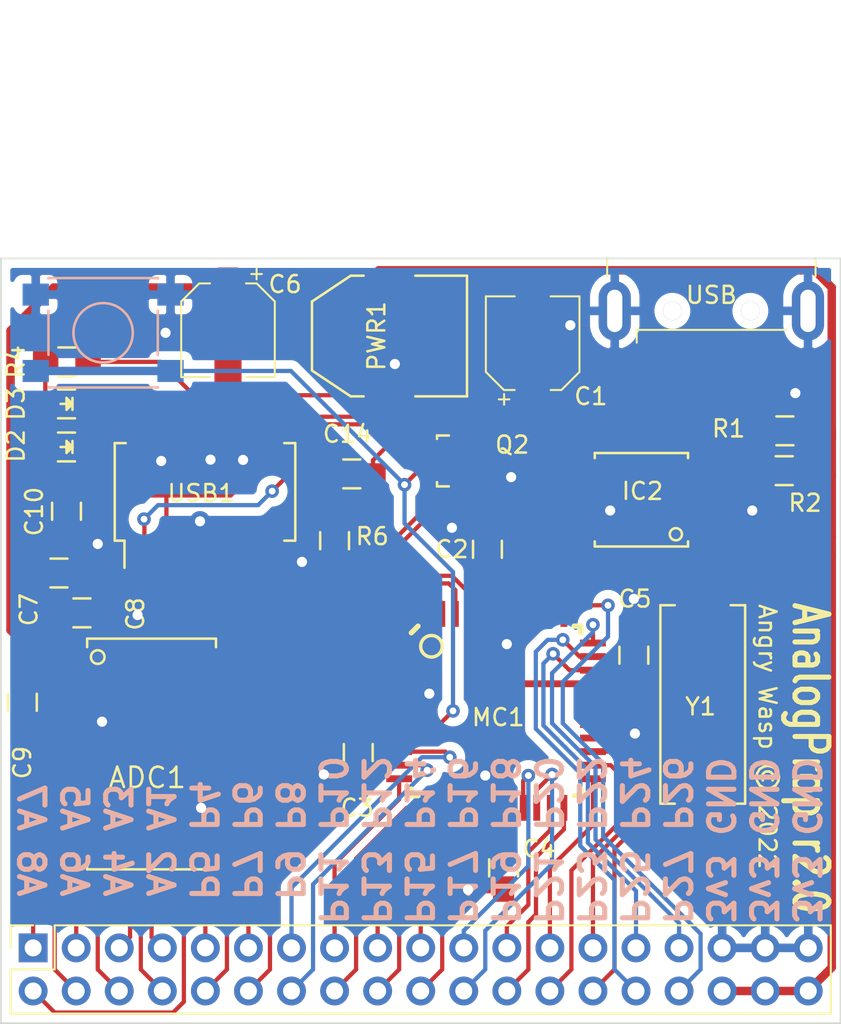
<source format=kicad_pcb>
(kicad_pcb (version 20171130) (host pcbnew "(5.1.12)-1")

  (general
    (thickness 1.6)
    (drawings 25)
    (tracks 492)
    (zones 0)
    (modules 27)
    (nets 67)
  )

  (page A4)
  (layers
    (0 F.Cu signal)
    (31 B.Cu signal)
    (32 B.Adhes user hide)
    (33 F.Adhes user hide)
    (34 B.Paste user hide)
    (35 F.Paste user hide)
    (36 B.SilkS user)
    (37 F.SilkS user)
    (38 B.Mask user hide)
    (39 F.Mask user hide)
    (40 Dwgs.User user hide)
    (41 Cmts.User user hide)
    (42 Eco1.User user hide)
    (43 Eco2.User user hide)
    (44 Edge.Cuts user)
    (45 Margin user hide)
    (46 B.CrtYd user hide)
    (47 F.CrtYd user hide)
    (48 B.Fab user hide)
    (49 F.Fab user hide)
  )

  (setup
    (last_trace_width 0.25)
    (user_trace_width 0.25)
    (user_trace_width 0.4)
    (user_trace_width 0.5)
    (trace_clearance 0.2)
    (zone_clearance 0.508)
    (zone_45_only no)
    (trace_min 0.2)
    (via_size 0.8)
    (via_drill 0.4)
    (via_min_size 0.4)
    (via_min_drill 0.3)
    (user_via 0.8 0.4)
    (user_via 1.2 0.6)
    (uvia_size 0.3)
    (uvia_drill 0.1)
    (uvias_allowed no)
    (uvia_min_size 0.2)
    (uvia_min_drill 0.1)
    (edge_width 0.1)
    (segment_width 0.2)
    (pcb_text_width 0.3)
    (pcb_text_size 1.5 1.5)
    (mod_edge_width 0.15)
    (mod_text_size 1 1)
    (mod_text_width 0.15)
    (pad_size 1.1 1.1)
    (pad_drill 1.1)
    (pad_to_mask_clearance 0)
    (aux_axis_origin 0 0)
    (visible_elements 7FFFFFFF)
    (pcbplotparams
      (layerselection 0x010f0_ffffffff)
      (usegerberextensions true)
      (usegerberattributes true)
      (usegerberadvancedattributes true)
      (creategerberjobfile true)
      (excludeedgelayer true)
      (linewidth 0.100000)
      (plotframeref false)
      (viasonmask false)
      (mode 1)
      (useauxorigin false)
      (hpglpennumber 1)
      (hpglpenspeed 20)
      (hpglpendiameter 15.000000)
      (psnegative false)
      (psa4output false)
      (plotreference true)
      (plotvalue false)
      (plotinvisibletext false)
      (padsonsilk false)
      (subtractmaskfromsilk false)
      (outputformat 1)
      (mirror false)
      (drillshape 0)
      (scaleselection 1)
      (outputdirectory "Export/"))
  )

  (net 0 "")
  (net 1 +3V3)
  (net 2 CONVST)
  (net 3 "Net-(ADC1-Pad2)")
  (net 4 SCLK)
  (net 5 Vin1)
  (net 6 DIN)
  (net 7 GND)
  (net 8 DOUT)
  (net 9 Vin2)
  (net 10 Vin3)
  (net 11 Vin4)
  (net 12 Vin5)
  (net 13 Vin6)
  (net 14 Vin8)
  (net 15 Vin7)
  (net 16 +5V)
  (net 17 "Net-(C10-Pad2)")
  (net 18 "Net-(C14-Pad2)")
  (net 19 "Net-(C14-Pad1)")
  (net 20 "Net-(D2-Pad1)")
  (net 21 "Net-(D2-Pad2)")
  (net 22 "Net-(D3-Pad1)")
  (net 23 "Net-(IC2-Pad5)")
  (net 24 "Net-(IC2-Pad6)")
  (net 25 P4)
  (net 26 P5)
  (net 27 P6)
  (net 28 P7)
  (net 29 P8)
  (net 30 P9)
  (net 31 P10)
  (net 32 P11)
  (net 33 P12)
  (net 34 P13)
  (net 35 P14)
  (net 36 P15)
  (net 37 P16)
  (net 38 P17)
  (net 39 P18)
  (net 40 P19)
  (net 41 P20)
  (net 42 P21)
  (net 43 P22)
  (net 44 P23)
  (net 45 P24)
  (net 46 P25)
  (net 47 P26)
  (net 48 P27)
  (net 49 RX)
  (net 50 TX)
  (net 51 "Net-(MC1-Pad28)")
  (net 52 RESn)
  (net 53 "Net-(MC1-Pad29)")
  (net 54 "Net-(P1-Pad2)")
  (net 55 "Net-(P1-Pad3)")
  (net 56 "Net-(USB1-Pad3)")
  (net 57 "Net-(USB1-Pad6)")
  (net 58 "Net-(USB1-Pad9)")
  (net 59 "Net-(USB1-Pad10)")
  (net 60 "Net-(USB1-Pad11)")
  (net 61 "Net-(USB1-Pad12)")
  (net 62 "Net-(USB1-Pad13)")
  (net 63 "Net-(USB1-Pad14)")
  (net 64 "Net-(USB1-Pad19)")
  (net 65 "Net-(USB1-Pad27)")
  (net 66 "Net-(USB1-Pad28)")

  (net_class Default "This is the default net class."
    (clearance 0.2)
    (trace_width 0.25)
    (via_dia 0.8)
    (via_drill 0.4)
    (uvia_dia 0.3)
    (uvia_drill 0.1)
    (add_net +3V3)
    (add_net +5V)
    (add_net CONVST)
    (add_net DIN)
    (add_net DOUT)
    (add_net GND)
    (add_net "Net-(ADC1-Pad2)")
    (add_net "Net-(C10-Pad2)")
    (add_net "Net-(C14-Pad1)")
    (add_net "Net-(C14-Pad2)")
    (add_net "Net-(D2-Pad1)")
    (add_net "Net-(D2-Pad2)")
    (add_net "Net-(D3-Pad1)")
    (add_net "Net-(IC2-Pad5)")
    (add_net "Net-(IC2-Pad6)")
    (add_net "Net-(MC1-Pad28)")
    (add_net "Net-(MC1-Pad29)")
    (add_net "Net-(P1-Pad2)")
    (add_net "Net-(P1-Pad3)")
    (add_net "Net-(USB1-Pad10)")
    (add_net "Net-(USB1-Pad11)")
    (add_net "Net-(USB1-Pad12)")
    (add_net "Net-(USB1-Pad13)")
    (add_net "Net-(USB1-Pad14)")
    (add_net "Net-(USB1-Pad19)")
    (add_net "Net-(USB1-Pad27)")
    (add_net "Net-(USB1-Pad28)")
    (add_net "Net-(USB1-Pad3)")
    (add_net "Net-(USB1-Pad6)")
    (add_net "Net-(USB1-Pad9)")
    (add_net P10)
    (add_net P11)
    (add_net P12)
    (add_net P13)
    (add_net P14)
    (add_net P15)
    (add_net P16)
    (add_net P17)
    (add_net P18)
    (add_net P19)
    (add_net P20)
    (add_net P21)
    (add_net P22)
    (add_net P23)
    (add_net P24)
    (add_net P25)
    (add_net P26)
    (add_net P27)
    (add_net P4)
    (add_net P5)
    (add_net P6)
    (add_net P7)
    (add_net P8)
    (add_net P9)
    (add_net RESn)
    (add_net RX)
    (add_net SCLK)
    (add_net TX)
    (add_net Vin1)
    (add_net Vin2)
    (add_net Vin3)
    (add_net Vin4)
    (add_net Vin5)
    (add_net Vin6)
    (add_net Vin7)
    (add_net Vin8)
  )

  (net_class Power ""
    (clearance 0.2)
    (trace_width 0.5)
    (via_dia 1.2)
    (via_drill 0.6)
    (uvia_dia 0.3)
    (uvia_drill 0.1)
    (diff_pair_width 0.2)
    (diff_pair_gap 0.5)
  )

  (module General:AD7812 (layer F.Cu) (tedit 5838384C) (tstamp 62DEE6BE)
    (at 88.9 88.9 270)
    (path /57FAC655)
    (fp_text reference ADC1 (at 1.397 0.254) (layer F.SilkS)
      (effects (font (size 1.2 1.2) (thickness 0.15)))
    )
    (fp_text value AD7812 (at 0.224999 -1.458 90) (layer F.Fab)
      (effects (font (size 1.2 1.2) (thickness 0.15)))
    )
    (fp_circle (center -5.715 3.175) (end -5.334 3.048) (layer F.SilkS) (width 0.15))
    (fp_line (start -6.8 3.8) (end -6.3 3.8) (layer F.SilkS) (width 0.15))
    (fp_line (start -6.8 -3.8) (end -6.8 3.8) (layer F.SilkS) (width 0.15))
    (fp_line (start -6.3 -3.8) (end -6.8 -3.8) (layer F.SilkS) (width 0.15))
    (fp_line (start 6.8 3.8) (end 6.3 3.8) (layer F.SilkS) (width 0.15))
    (fp_line (start 6.8 -3.8) (end 6.8 3.8) (layer F.SilkS) (width 0.15))
    (fp_line (start 6.3 -3.8) (end 6.8 -3.8) (layer F.SilkS) (width 0.15))
    (fp_circle (center -5.588 2.54) (end -5.334 2.286) (layer F.Fab) (width 0.15))
    (fp_line (start -6.5 3.5) (end -6.5 -3.5) (layer F.Fab) (width 0.15))
    (fp_line (start 6.5 3.5) (end -6.5 3.5) (layer F.Fab) (width 0.15))
    (fp_line (start 6.5 -3.5) (end 6.5 3.5) (layer F.Fab) (width 0.15))
    (fp_line (start -6.5 -3.5) (end 6.5 -3.5) (layer F.Fab) (width 0.15))
    (pad 20 smd rect (at -5.715 -5.14 270) (size 0.6 2.2) (layers F.Cu F.Paste F.Mask)
      (net 1 +3V3))
    (pad 1 smd rect (at -5.715 5.14 270) (size 0.6 2.2) (layers F.Cu F.Paste F.Mask)
      (net 1 +3V3))
    (pad 19 smd rect (at -4.445 -5.14 270) (size 0.6 2.2) (layers F.Cu F.Paste F.Mask)
      (net 2 CONVST))
    (pad 2 smd rect (at -4.445 5.14 270) (size 0.6 2.2) (layers F.Cu F.Paste F.Mask)
      (net 3 "Net-(ADC1-Pad2)"))
    (pad 18 smd rect (at -3.175 -5.14 270) (size 0.6 2.2) (layers F.Cu F.Paste F.Mask)
      (net 4 SCLK))
    (pad 3 smd rect (at -3.175 5.14 270) (size 0.6 2.2) (layers F.Cu F.Paste F.Mask)
      (net 5 Vin1))
    (pad 17 smd rect (at -1.905 -5.14 270) (size 0.6 2.2) (layers F.Cu F.Paste F.Mask)
      (net 6 DIN))
    (pad 4 smd rect (at -1.905 5.14 270) (size 0.6 2.2) (layers F.Cu F.Paste F.Mask)
      (net 7 GND))
    (pad 16 smd rect (at -0.635 -5.14 270) (size 0.6 2.2) (layers F.Cu F.Paste F.Mask)
      (net 8 DOUT))
    (pad 5 smd rect (at -0.635 5.14 270) (size 0.6 2.2) (layers F.Cu F.Paste F.Mask)
      (net 9 Vin2))
    (pad 15 smd rect (at 0.635 -5.14 270) (size 0.6 2.2) (layers F.Cu F.Paste F.Mask)
      (net 2 CONVST))
    (pad 6 smd rect (at 0.635 5.14 270) (size 0.6 2.2) (layers F.Cu F.Paste F.Mask)
      (net 10 Vin3))
    (pad 14 smd rect (at 1.905 -5.14 270) (size 0.6 2.2) (layers F.Cu F.Paste F.Mask)
      (net 2 CONVST))
    (pad 7 smd rect (at 1.905 5.14 270) (size 0.6 2.2) (layers F.Cu F.Paste F.Mask)
      (net 11 Vin4))
    (pad 13 smd rect (at 3.175 -5.14 270) (size 0.6 2.2) (layers F.Cu F.Paste F.Mask)
      (net 7 GND))
    (pad 8 smd rect (at 3.175 5.14 270) (size 0.6 2.2) (layers F.Cu F.Paste F.Mask)
      (net 12 Vin5))
    (pad 12 smd rect (at 4.445 -5.14 270) (size 0.6 2.2) (layers F.Cu F.Paste F.Mask)
      (net 7 GND))
    (pad 9 smd rect (at 4.445 5.14 270) (size 0.6 2.2) (layers F.Cu F.Paste F.Mask)
      (net 13 Vin6))
    (pad 11 smd rect (at 5.715 -5.14 270) (size 0.6 2.2) (layers F.Cu F.Paste F.Mask)
      (net 14 Vin8))
    (pad 10 smd rect (at 5.715 5.14 270) (size 0.6 2.2) (layers F.Cu F.Paste F.Mask)
      (net 15 Vin7))
  )

  (module Capacitor_SMD:CP_Elec_5x5.4 (layer F.Cu) (tedit 5BCA39CF) (tstamp 62DEE73E)
    (at 93.4085 63.922 270)
    (descr "SMD capacitor, aluminum electrolytic, Nichicon, 5.0x5.4mm")
    (tags "capacitor electrolytic")
    (path /62E8E543)
    (attr smd)
    (fp_text reference C6 (at -2.708 -3.3655 180) (layer F.SilkS)
      (effects (font (size 1 1) (thickness 0.15)))
    )
    (fp_text value 47uF (at 0 3.7 90) (layer F.Fab)
      (effects (font (size 1 1) (thickness 0.15)))
    )
    (fp_circle (center 0 0) (end 2.5 0) (layer F.Fab) (width 0.1))
    (fp_line (start 2.65 -2.65) (end 2.65 2.65) (layer F.Fab) (width 0.1))
    (fp_line (start -1.65 -2.65) (end 2.65 -2.65) (layer F.Fab) (width 0.1))
    (fp_line (start -1.65 2.65) (end 2.65 2.65) (layer F.Fab) (width 0.1))
    (fp_line (start -2.65 -1.65) (end -2.65 1.65) (layer F.Fab) (width 0.1))
    (fp_line (start -2.65 -1.65) (end -1.65 -2.65) (layer F.Fab) (width 0.1))
    (fp_line (start -2.65 1.65) (end -1.65 2.65) (layer F.Fab) (width 0.1))
    (fp_line (start -2.033956 -1.2) (end -1.533956 -1.2) (layer F.Fab) (width 0.1))
    (fp_line (start -1.783956 -1.45) (end -1.783956 -0.95) (layer F.Fab) (width 0.1))
    (fp_line (start 2.76 2.76) (end 2.76 1.06) (layer F.SilkS) (width 0.12))
    (fp_line (start 2.76 -2.76) (end 2.76 -1.06) (layer F.SilkS) (width 0.12))
    (fp_line (start -1.695563 -2.76) (end 2.76 -2.76) (layer F.SilkS) (width 0.12))
    (fp_line (start -1.695563 2.76) (end 2.76 2.76) (layer F.SilkS) (width 0.12))
    (fp_line (start -2.76 1.695563) (end -2.76 1.06) (layer F.SilkS) (width 0.12))
    (fp_line (start -2.76 -1.695563) (end -2.76 -1.06) (layer F.SilkS) (width 0.12))
    (fp_line (start -2.76 -1.695563) (end -1.695563 -2.76) (layer F.SilkS) (width 0.12))
    (fp_line (start -2.76 1.695563) (end -1.695563 2.76) (layer F.SilkS) (width 0.12))
    (fp_line (start -3.625 -1.685) (end -3 -1.685) (layer F.SilkS) (width 0.12))
    (fp_line (start -3.3125 -1.9975) (end -3.3125 -1.3725) (layer F.SilkS) (width 0.12))
    (fp_line (start 2.9 -2.9) (end 2.9 -1.05) (layer F.CrtYd) (width 0.05))
    (fp_line (start 2.9 -1.05) (end 3.95 -1.05) (layer F.CrtYd) (width 0.05))
    (fp_line (start 3.95 -1.05) (end 3.95 1.05) (layer F.CrtYd) (width 0.05))
    (fp_line (start 3.95 1.05) (end 2.9 1.05) (layer F.CrtYd) (width 0.05))
    (fp_line (start 2.9 1.05) (end 2.9 2.9) (layer F.CrtYd) (width 0.05))
    (fp_line (start -1.75 2.9) (end 2.9 2.9) (layer F.CrtYd) (width 0.05))
    (fp_line (start -1.75 -2.9) (end 2.9 -2.9) (layer F.CrtYd) (width 0.05))
    (fp_line (start -2.9 1.75) (end -1.75 2.9) (layer F.CrtYd) (width 0.05))
    (fp_line (start -2.9 -1.75) (end -1.75 -2.9) (layer F.CrtYd) (width 0.05))
    (fp_line (start -2.9 -1.75) (end -2.9 -1.05) (layer F.CrtYd) (width 0.05))
    (fp_line (start -2.9 1.05) (end -2.9 1.75) (layer F.CrtYd) (width 0.05))
    (fp_line (start -2.9 -1.05) (end -3.95 -1.05) (layer F.CrtYd) (width 0.05))
    (fp_line (start -3.95 -1.05) (end -3.95 1.05) (layer F.CrtYd) (width 0.05))
    (fp_line (start -3.95 1.05) (end -2.9 1.05) (layer F.CrtYd) (width 0.05))
    (fp_text user %R (at 0 0 90) (layer F.Fab)
      (effects (font (size 1 1) (thickness 0.15)))
    )
    (pad 1 smd roundrect (at -2.2 0 270) (size 3 1.6) (layers F.Cu F.Paste F.Mask) (roundrect_rratio 0.15625)
      (net 1 +3V3))
    (pad 2 smd roundrect (at 2.2 0 270) (size 3 1.6) (layers F.Cu F.Paste F.Mask) (roundrect_rratio 0.15625)
      (net 7 GND))
    (model ${KISYS3DMOD}/Capacitor_SMD.3dshapes/CP_Elec_5x5.4.wrl
      (at (xyz 0 0 0))
      (scale (xyz 1 1 1))
      (rotate (xyz 0 0 0))
    )
  )

  (module Capacitor_SMD:CP_Elec_5x5.4 (layer F.Cu) (tedit 5BCA39CF) (tstamp 62DEE6E6)
    (at 111.379 64.684 90)
    (descr "SMD capacitor, aluminum electrolytic, Nichicon, 5.0x5.4mm")
    (tags "capacitor electrolytic")
    (path /62F1CA89)
    (attr smd)
    (fp_text reference C1 (at -3.134 3.429 180) (layer F.SilkS)
      (effects (font (size 1 1) (thickness 0.15)))
    )
    (fp_text value 47uF (at 0 3.7 90) (layer F.Fab)
      (effects (font (size 1 1) (thickness 0.15)))
    )
    (fp_line (start -3.95 1.05) (end -2.9 1.05) (layer F.CrtYd) (width 0.05))
    (fp_line (start -3.95 -1.05) (end -3.95 1.05) (layer F.CrtYd) (width 0.05))
    (fp_line (start -2.9 -1.05) (end -3.95 -1.05) (layer F.CrtYd) (width 0.05))
    (fp_line (start -2.9 1.05) (end -2.9 1.75) (layer F.CrtYd) (width 0.05))
    (fp_line (start -2.9 -1.75) (end -2.9 -1.05) (layer F.CrtYd) (width 0.05))
    (fp_line (start -2.9 -1.75) (end -1.75 -2.9) (layer F.CrtYd) (width 0.05))
    (fp_line (start -2.9 1.75) (end -1.75 2.9) (layer F.CrtYd) (width 0.05))
    (fp_line (start -1.75 -2.9) (end 2.9 -2.9) (layer F.CrtYd) (width 0.05))
    (fp_line (start -1.75 2.9) (end 2.9 2.9) (layer F.CrtYd) (width 0.05))
    (fp_line (start 2.9 1.05) (end 2.9 2.9) (layer F.CrtYd) (width 0.05))
    (fp_line (start 3.95 1.05) (end 2.9 1.05) (layer F.CrtYd) (width 0.05))
    (fp_line (start 3.95 -1.05) (end 3.95 1.05) (layer F.CrtYd) (width 0.05))
    (fp_line (start 2.9 -1.05) (end 3.95 -1.05) (layer F.CrtYd) (width 0.05))
    (fp_line (start 2.9 -2.9) (end 2.9 -1.05) (layer F.CrtYd) (width 0.05))
    (fp_line (start -3.3125 -1.9975) (end -3.3125 -1.3725) (layer F.SilkS) (width 0.12))
    (fp_line (start -3.625 -1.685) (end -3 -1.685) (layer F.SilkS) (width 0.12))
    (fp_line (start -2.76 1.695563) (end -1.695563 2.76) (layer F.SilkS) (width 0.12))
    (fp_line (start -2.76 -1.695563) (end -1.695563 -2.76) (layer F.SilkS) (width 0.12))
    (fp_line (start -2.76 -1.695563) (end -2.76 -1.06) (layer F.SilkS) (width 0.12))
    (fp_line (start -2.76 1.695563) (end -2.76 1.06) (layer F.SilkS) (width 0.12))
    (fp_line (start -1.695563 2.76) (end 2.76 2.76) (layer F.SilkS) (width 0.12))
    (fp_line (start -1.695563 -2.76) (end 2.76 -2.76) (layer F.SilkS) (width 0.12))
    (fp_line (start 2.76 -2.76) (end 2.76 -1.06) (layer F.SilkS) (width 0.12))
    (fp_line (start 2.76 2.76) (end 2.76 1.06) (layer F.SilkS) (width 0.12))
    (fp_line (start -1.783956 -1.45) (end -1.783956 -0.95) (layer F.Fab) (width 0.1))
    (fp_line (start -2.033956 -1.2) (end -1.533956 -1.2) (layer F.Fab) (width 0.1))
    (fp_line (start -2.65 1.65) (end -1.65 2.65) (layer F.Fab) (width 0.1))
    (fp_line (start -2.65 -1.65) (end -1.65 -2.65) (layer F.Fab) (width 0.1))
    (fp_line (start -2.65 -1.65) (end -2.65 1.65) (layer F.Fab) (width 0.1))
    (fp_line (start -1.65 2.65) (end 2.65 2.65) (layer F.Fab) (width 0.1))
    (fp_line (start -1.65 -2.65) (end 2.65 -2.65) (layer F.Fab) (width 0.1))
    (fp_line (start 2.65 -2.65) (end 2.65 2.65) (layer F.Fab) (width 0.1))
    (fp_circle (center 0 0) (end 2.5 0) (layer F.Fab) (width 0.1))
    (fp_text user %R (at 0 0 90) (layer F.Fab)
      (effects (font (size 1 1) (thickness 0.15)))
    )
    (pad 2 smd roundrect (at 2.2 0 90) (size 3 1.6) (layers F.Cu F.Paste F.Mask) (roundrect_rratio 0.15625)
      (net 7 GND))
    (pad 1 smd roundrect (at -2.2 0 90) (size 3 1.6) (layers F.Cu F.Paste F.Mask) (roundrect_rratio 0.15625)
      (net 16 +5V))
    (model ${KISYS3DMOD}/Capacitor_SMD.3dshapes/CP_Elec_5x5.4.wrl
      (at (xyz 0 0 0))
      (scale (xyz 1 1 1))
      (rotate (xyz 0 0 0))
    )
  )

  (module General:0805_HS (layer F.Cu) (tedit 618DB3B6) (tstamp 62DEE6F2)
    (at 108.712 76.835 270)
    (descr "Capacitor SMD 0805, hand soldering")
    (tags "capacitor 0805")
    (path /57FB558F)
    (attr smd)
    (fp_text reference C2 (at 0 2.0955 180) (layer F.SilkS)
      (effects (font (size 1 1) (thickness 0.15)))
    )
    (fp_text value 0.1uF (at 0 2.1 90) (layer F.Fab)
      (effects (font (size 1 1) (thickness 0.15)))
    )
    (fp_line (start -0.5 0.85) (end 0.5 0.85) (layer F.SilkS) (width 0.15))
    (fp_line (start 0.5 -0.85) (end -0.5 -0.85) (layer F.SilkS) (width 0.15))
    (fp_line (start 2.3 -1) (end 2.3 1) (layer F.CrtYd) (width 0.05))
    (fp_line (start -2.3 -1) (end -2.3 1) (layer F.CrtYd) (width 0.05))
    (fp_line (start -2.3 1) (end 2.3 1) (layer F.CrtYd) (width 0.05))
    (fp_line (start -2.3 -1) (end 2.3 -1) (layer F.CrtYd) (width 0.05))
    (pad 1 smd rect (at -1.25 0 270) (size 1.5 1.25) (layers F.Cu F.Paste F.Mask)
      (net 7 GND))
    (pad 2 smd rect (at 1.25 0 270) (size 1.5 1.25) (layers F.Cu F.Paste F.Mask)
      (net 1 +3V3))
    (model Capacitors_SMD.3dshapes/C_0805_HandSoldering.wrl
      (at (xyz 0 0 0))
      (scale (xyz 1 1 1))
      (rotate (xyz 0 0 0))
    )
  )

  (module General:0805_HS (layer F.Cu) (tedit 618DB3B6) (tstamp 62DEE6FE)
    (at 101.092 88.8165 90)
    (descr "Capacitor SMD 0805, hand soldering")
    (tags "capacitor 0805")
    (path /57FB5670)
    (attr smd)
    (fp_text reference C3 (at -3.2585 -0.0635 180) (layer F.SilkS)
      (effects (font (size 1 1) (thickness 0.15)))
    )
    (fp_text value 0.1uF (at 0 2.1 90) (layer F.Fab)
      (effects (font (size 1 1) (thickness 0.15)))
    )
    (fp_line (start -2.3 -1) (end 2.3 -1) (layer F.CrtYd) (width 0.05))
    (fp_line (start -2.3 1) (end 2.3 1) (layer F.CrtYd) (width 0.05))
    (fp_line (start -2.3 -1) (end -2.3 1) (layer F.CrtYd) (width 0.05))
    (fp_line (start 2.3 -1) (end 2.3 1) (layer F.CrtYd) (width 0.05))
    (fp_line (start 0.5 -0.85) (end -0.5 -0.85) (layer F.SilkS) (width 0.15))
    (fp_line (start -0.5 0.85) (end 0.5 0.85) (layer F.SilkS) (width 0.15))
    (pad 2 smd rect (at 1.25 0 90) (size 1.5 1.25) (layers F.Cu F.Paste F.Mask)
      (net 1 +3V3))
    (pad 1 smd rect (at -1.25 0 90) (size 1.5 1.25) (layers F.Cu F.Paste F.Mask)
      (net 7 GND))
    (model Capacitors_SMD.3dshapes/C_0805_HandSoldering.wrl
      (at (xyz 0 0 0))
      (scale (xyz 1 1 1))
      (rotate (xyz 0 0 0))
    )
  )

  (module General:0805_HS (layer F.Cu) (tedit 618DB3B6) (tstamp 62DEE70A)
    (at 109.6645 95.611 90)
    (descr "Capacitor SMD 0805, hand soldering")
    (tags "capacitor 0805")
    (path /57FB56AF)
    (attr smd)
    (fp_text reference C4 (at 1.123 2.0955 180) (layer F.SilkS)
      (effects (font (size 1 1) (thickness 0.15)))
    )
    (fp_text value 0.1uF (at 0 2.1 90) (layer F.Fab)
      (effects (font (size 1 1) (thickness 0.15)))
    )
    (fp_line (start -2.3 -1) (end 2.3 -1) (layer F.CrtYd) (width 0.05))
    (fp_line (start -2.3 1) (end 2.3 1) (layer F.CrtYd) (width 0.05))
    (fp_line (start -2.3 -1) (end -2.3 1) (layer F.CrtYd) (width 0.05))
    (fp_line (start 2.3 -1) (end 2.3 1) (layer F.CrtYd) (width 0.05))
    (fp_line (start 0.5 -0.85) (end -0.5 -0.85) (layer F.SilkS) (width 0.15))
    (fp_line (start -0.5 0.85) (end 0.5 0.85) (layer F.SilkS) (width 0.15))
    (pad 2 smd rect (at 1.25 0 90) (size 1.5 1.25) (layers F.Cu F.Paste F.Mask)
      (net 1 +3V3))
    (pad 1 smd rect (at -1.25 0 90) (size 1.5 1.25) (layers F.Cu F.Paste F.Mask)
      (net 7 GND))
    (model Capacitors_SMD.3dshapes/C_0805_HandSoldering.wrl
      (at (xyz 0 0 0))
      (scale (xyz 1 1 1))
      (rotate (xyz 0 0 0))
    )
  )

  (module General:0805_HS (layer F.Cu) (tedit 618DB3B6) (tstamp 62DEE716)
    (at 117.348 83.078 270)
    (descr "Capacitor SMD 0805, hand soldering")
    (tags "capacitor 0805")
    (path /57FB5770)
    (attr smd)
    (fp_text reference C5 (at -3.322 -0.0635 180) (layer F.SilkS)
      (effects (font (size 1 1) (thickness 0.15)))
    )
    (fp_text value 0.1uF (at 0 2.1 90) (layer F.Fab)
      (effects (font (size 1 1) (thickness 0.15)))
    )
    (fp_line (start -2.3 -1) (end 2.3 -1) (layer F.CrtYd) (width 0.05))
    (fp_line (start -2.3 1) (end 2.3 1) (layer F.CrtYd) (width 0.05))
    (fp_line (start -2.3 -1) (end -2.3 1) (layer F.CrtYd) (width 0.05))
    (fp_line (start 2.3 -1) (end 2.3 1) (layer F.CrtYd) (width 0.05))
    (fp_line (start 0.5 -0.85) (end -0.5 -0.85) (layer F.SilkS) (width 0.15))
    (fp_line (start -0.5 0.85) (end 0.5 0.85) (layer F.SilkS) (width 0.15))
    (pad 2 smd rect (at 1.25 0 270) (size 1.5 1.25) (layers F.Cu F.Paste F.Mask)
      (net 1 +3V3))
    (pad 1 smd rect (at -1.25 0 270) (size 1.5 1.25) (layers F.Cu F.Paste F.Mask)
      (net 7 GND))
    (model Capacitors_SMD.3dshapes/C_0805_HandSoldering.wrl
      (at (xyz 0 0 0))
      (scale (xyz 1 1 1))
      (rotate (xyz 0 0 0))
    )
  )

  (module General:0805_HS (layer F.Cu) (tedit 618DB3B6) (tstamp 62DEE74A)
    (at 83.439 78.232)
    (descr "Capacitor SMD 0805, hand soldering")
    (tags "capacitor 0805")
    (path /57FAEB90)
    (attr smd)
    (fp_text reference C7 (at -1.778 2.159 270) (layer F.SilkS)
      (effects (font (size 1 1) (thickness 0.15)))
    )
    (fp_text value 10uF (at 0 2.1) (layer F.Fab)
      (effects (font (size 1 1) (thickness 0.15)))
    )
    (fp_line (start -2.3 -1) (end 2.3 -1) (layer F.CrtYd) (width 0.05))
    (fp_line (start -2.3 1) (end 2.3 1) (layer F.CrtYd) (width 0.05))
    (fp_line (start -2.3 -1) (end -2.3 1) (layer F.CrtYd) (width 0.05))
    (fp_line (start 2.3 -1) (end 2.3 1) (layer F.CrtYd) (width 0.05))
    (fp_line (start 0.5 -0.85) (end -0.5 -0.85) (layer F.SilkS) (width 0.15))
    (fp_line (start -0.5 0.85) (end 0.5 0.85) (layer F.SilkS) (width 0.15))
    (pad 2 smd rect (at 1.25 0) (size 1.5 1.25) (layers F.Cu F.Paste F.Mask)
      (net 7 GND))
    (pad 1 smd rect (at -1.25 0) (size 1.5 1.25) (layers F.Cu F.Paste F.Mask)
      (net 1 +3V3))
    (model Capacitors_SMD.3dshapes/C_0805_HandSoldering.wrl
      (at (xyz 0 0 0))
      (scale (xyz 1 1 1))
      (rotate (xyz 0 0 0))
    )
  )

  (module General:0805_HS (layer F.Cu) (tedit 618DB3B6) (tstamp 62DEE756)
    (at 84.7925 80.5815)
    (descr "Capacitor SMD 0805, hand soldering")
    (tags "capacitor 0805")
    (path /57FAE70F)
    (attr smd)
    (fp_text reference C8 (at 3.155 0.0635 270) (layer F.SilkS)
      (effects (font (size 1 1) (thickness 0.15)))
    )
    (fp_text value 0.1uF (at 0 2.1) (layer F.Fab)
      (effects (font (size 1 1) (thickness 0.15)))
    )
    (fp_line (start -0.5 0.85) (end 0.5 0.85) (layer F.SilkS) (width 0.15))
    (fp_line (start 0.5 -0.85) (end -0.5 -0.85) (layer F.SilkS) (width 0.15))
    (fp_line (start 2.3 -1) (end 2.3 1) (layer F.CrtYd) (width 0.05))
    (fp_line (start -2.3 -1) (end -2.3 1) (layer F.CrtYd) (width 0.05))
    (fp_line (start -2.3 1) (end 2.3 1) (layer F.CrtYd) (width 0.05))
    (fp_line (start -2.3 -1) (end 2.3 -1) (layer F.CrtYd) (width 0.05))
    (pad 1 smd rect (at -1.25 0) (size 1.5 1.25) (layers F.Cu F.Paste F.Mask)
      (net 1 +3V3))
    (pad 2 smd rect (at 1.25 0) (size 1.5 1.25) (layers F.Cu F.Paste F.Mask)
      (net 7 GND))
    (model Capacitors_SMD.3dshapes/C_0805_HandSoldering.wrl
      (at (xyz 0 0 0))
      (scale (xyz 1 1 1))
      (rotate (xyz 0 0 0))
    )
  )

  (module General:0805_HS (layer F.Cu) (tedit 618DB3B6) (tstamp 62DEE762)
    (at 81.28 85.852 270)
    (descr "Capacitor SMD 0805, hand soldering")
    (tags "capacitor 0805")
    (path /57FAD6FD)
    (attr smd)
    (fp_text reference C9 (at 3.556 0 270) (layer F.SilkS)
      (effects (font (size 1 1) (thickness 0.15)))
    )
    (fp_text value 10nF (at 0 2.1 90) (layer F.Fab)
      (effects (font (size 1 1) (thickness 0.15)))
    )
    (fp_line (start -0.5 0.85) (end 0.5 0.85) (layer F.SilkS) (width 0.15))
    (fp_line (start 0.5 -0.85) (end -0.5 -0.85) (layer F.SilkS) (width 0.15))
    (fp_line (start 2.3 -1) (end 2.3 1) (layer F.CrtYd) (width 0.05))
    (fp_line (start -2.3 -1) (end -2.3 1) (layer F.CrtYd) (width 0.05))
    (fp_line (start -2.3 1) (end 2.3 1) (layer F.CrtYd) (width 0.05))
    (fp_line (start -2.3 -1) (end 2.3 -1) (layer F.CrtYd) (width 0.05))
    (pad 1 smd rect (at -1.25 0 270) (size 1.5 1.25) (layers F.Cu F.Paste F.Mask)
      (net 3 "Net-(ADC1-Pad2)"))
    (pad 2 smd rect (at 1.25 0 270) (size 1.5 1.25) (layers F.Cu F.Paste F.Mask)
      (net 7 GND))
    (model Capacitors_SMD.3dshapes/C_0805_HandSoldering.wrl
      (at (xyz 0 0 0))
      (scale (xyz 1 1 1))
      (rotate (xyz 0 0 0))
    )
  )

  (module General:0805_HS (layer F.Cu) (tedit 618DB3B6) (tstamp 62DEE76E)
    (at 83.8835 74.5925 90)
    (descr "Capacitor SMD 0805, hand soldering")
    (tags "capacitor 0805")
    (path /628EAF1F)
    (attr smd)
    (fp_text reference C10 (at -0.02 -1.905 90) (layer F.SilkS)
      (effects (font (size 1 1) (thickness 0.15)))
    )
    (fp_text value 0.1uF (at 0 2.1 90) (layer F.Fab)
      (effects (font (size 1 1) (thickness 0.15)))
    )
    (fp_line (start -2.3 -1) (end 2.3 -1) (layer F.CrtYd) (width 0.05))
    (fp_line (start -2.3 1) (end 2.3 1) (layer F.CrtYd) (width 0.05))
    (fp_line (start -2.3 -1) (end -2.3 1) (layer F.CrtYd) (width 0.05))
    (fp_line (start 2.3 -1) (end 2.3 1) (layer F.CrtYd) (width 0.05))
    (fp_line (start 0.5 -0.85) (end -0.5 -0.85) (layer F.SilkS) (width 0.15))
    (fp_line (start -0.5 0.85) (end 0.5 0.85) (layer F.SilkS) (width 0.15))
    (pad 2 smd rect (at 1.25 0 90) (size 1.5 1.25) (layers F.Cu F.Paste F.Mask)
      (net 17 "Net-(C10-Pad2)"))
    (pad 1 smd rect (at -1.25 0 90) (size 1.5 1.25) (layers F.Cu F.Paste F.Mask)
      (net 7 GND))
    (model Capacitors_SMD.3dshapes/C_0805_HandSoldering.wrl
      (at (xyz 0 0 0))
      (scale (xyz 1 1 1))
      (rotate (xyz 0 0 0))
    )
  )

  (module General:0805_HS (layer F.Cu) (tedit 618DB3B6) (tstamp 62DEE77A)
    (at 100.711 72.39)
    (descr "Capacitor SMD 0805, hand soldering")
    (tags "capacitor 0805")
    (path /6285F321)
    (attr smd)
    (fp_text reference C14 (at -0.254 -2.3495 180) (layer F.SilkS)
      (effects (font (size 1 1) (thickness 0.15)))
    )
    (fp_text value 0.1uF (at 0 2.1) (layer F.Fab)
      (effects (font (size 1 1) (thickness 0.15)))
    )
    (fp_line (start -2.3 -1) (end 2.3 -1) (layer F.CrtYd) (width 0.05))
    (fp_line (start -2.3 1) (end 2.3 1) (layer F.CrtYd) (width 0.05))
    (fp_line (start -2.3 -1) (end -2.3 1) (layer F.CrtYd) (width 0.05))
    (fp_line (start 2.3 -1) (end 2.3 1) (layer F.CrtYd) (width 0.05))
    (fp_line (start 0.5 -0.85) (end -0.5 -0.85) (layer F.SilkS) (width 0.15))
    (fp_line (start -0.5 0.85) (end 0.5 0.85) (layer F.SilkS) (width 0.15))
    (pad 2 smd rect (at 1.25 0) (size 1.5 1.25) (layers F.Cu F.Paste F.Mask)
      (net 18 "Net-(C14-Pad2)"))
    (pad 1 smd rect (at -1.25 0) (size 1.5 1.25) (layers F.Cu F.Paste F.Mask)
      (net 19 "Net-(C14-Pad1)"))
    (model Capacitors_SMD.3dshapes/C_0805_HandSoldering.wrl
      (at (xyz 0 0 0))
      (scale (xyz 1 1 1))
      (rotate (xyz 0 0 0))
    )
  )

  (module General:LED_0805_HS (layer F.Cu) (tedit 618DB3CC) (tstamp 62DEE795)
    (at 83.8835 70.8025 180)
    (descr "LED 0805 smd package")
    (tags "LED 0805 SMD")
    (path /62B5D809)
    (attr smd)
    (fp_text reference D2 (at 2.9845 0.0635 90) (layer F.SilkS)
      (effects (font (size 1 1) (thickness 0.15)))
    )
    (fp_text value BLUE (at 0 2.1) (layer F.Fab)
      (effects (font (size 1 1) (thickness 0.15)))
    )
    (fp_line (start -0.4 -0.3) (end -0.4 0.3) (layer F.Fab) (width 0.15))
    (fp_line (start -0.3 0) (end 0 -0.3) (layer F.Fab) (width 0.15))
    (fp_line (start 0 0.3) (end -0.3 0) (layer F.Fab) (width 0.15))
    (fp_line (start 0 -0.3) (end 0 0.3) (layer F.Fab) (width 0.15))
    (fp_line (start 1 -0.6) (end -1 -0.6) (layer F.Fab) (width 0.15))
    (fp_line (start 1 0.6) (end 1 -0.6) (layer F.Fab) (width 0.15))
    (fp_line (start -1 0.6) (end 1 0.6) (layer F.Fab) (width 0.15))
    (fp_line (start -1 -0.6) (end -1 0.6) (layer F.Fab) (width 0.15))
    (fp_line (start -0.5 0.85) (end 0.5 0.85) (layer F.SilkS) (width 0.15))
    (fp_line (start -0.5 -0.85) (end 0.5 -0.85) (layer F.SilkS) (width 0.15))
    (fp_line (start -0.1 0.15) (end -0.1 -0.1) (layer F.SilkS) (width 0.15))
    (fp_line (start -0.1 -0.1) (end -0.25 0.05) (layer F.SilkS) (width 0.15))
    (fp_line (start -0.35 -0.35) (end -0.35 0.35) (layer F.SilkS) (width 0.15))
    (fp_line (start 0 0) (end 0.35 0) (layer F.SilkS) (width 0.15))
    (fp_line (start -0.35 0) (end 0 -0.35) (layer F.SilkS) (width 0.15))
    (fp_line (start 0 -0.35) (end 0 0.35) (layer F.SilkS) (width 0.15))
    (fp_line (start 0 0.35) (end -0.35 0) (layer F.SilkS) (width 0.15))
    (fp_line (start 2.3 -1) (end 2.3 1) (layer F.CrtYd) (width 0.05))
    (fp_line (start 2.3 1) (end -2.3 1) (layer F.CrtYd) (width 0.05))
    (fp_line (start -2.3 1) (end -2.3 -1) (layer F.CrtYd) (width 0.05))
    (fp_line (start -2.3 -1) (end 2.3 -1) (layer F.CrtYd) (width 0.05))
    (pad 1 smd rect (at -1.25 0) (size 1.5 1.25) (layers F.Cu F.Paste F.Mask)
      (net 20 "Net-(D2-Pad1)"))
    (pad 2 smd rect (at 1.25 0) (size 1.5 1.25) (layers F.Cu F.Paste F.Mask)
      (net 21 "Net-(D2-Pad2)"))
    (model LEDs.3dshapes/LED_0805.wrl
      (at (xyz 0 0 0))
      (scale (xyz 1 1 1))
      (rotate (xyz 0 0 0))
    )
  )

  (module General:LED_0805_HS (layer F.Cu) (tedit 618DB3CC) (tstamp 62DEE7B0)
    (at 83.8835 68.2625 180)
    (descr "LED 0805 smd package")
    (tags "LED 0805 SMD")
    (path /62B5FBAA)
    (attr smd)
    (fp_text reference D3 (at 2.9845 0 90) (layer F.SilkS)
      (effects (font (size 1 1) (thickness 0.15)))
    )
    (fp_text value RED (at 0 2.1) (layer F.Fab)
      (effects (font (size 1 1) (thickness 0.15)))
    )
    (fp_line (start -2.3 -1) (end 2.3 -1) (layer F.CrtYd) (width 0.05))
    (fp_line (start -2.3 1) (end -2.3 -1) (layer F.CrtYd) (width 0.05))
    (fp_line (start 2.3 1) (end -2.3 1) (layer F.CrtYd) (width 0.05))
    (fp_line (start 2.3 -1) (end 2.3 1) (layer F.CrtYd) (width 0.05))
    (fp_line (start 0 0.35) (end -0.35 0) (layer F.SilkS) (width 0.15))
    (fp_line (start 0 -0.35) (end 0 0.35) (layer F.SilkS) (width 0.15))
    (fp_line (start -0.35 0) (end 0 -0.35) (layer F.SilkS) (width 0.15))
    (fp_line (start 0 0) (end 0.35 0) (layer F.SilkS) (width 0.15))
    (fp_line (start -0.35 -0.35) (end -0.35 0.35) (layer F.SilkS) (width 0.15))
    (fp_line (start -0.1 -0.1) (end -0.25 0.05) (layer F.SilkS) (width 0.15))
    (fp_line (start -0.1 0.15) (end -0.1 -0.1) (layer F.SilkS) (width 0.15))
    (fp_line (start -0.5 -0.85) (end 0.5 -0.85) (layer F.SilkS) (width 0.15))
    (fp_line (start -0.5 0.85) (end 0.5 0.85) (layer F.SilkS) (width 0.15))
    (fp_line (start -1 -0.6) (end -1 0.6) (layer F.Fab) (width 0.15))
    (fp_line (start -1 0.6) (end 1 0.6) (layer F.Fab) (width 0.15))
    (fp_line (start 1 0.6) (end 1 -0.6) (layer F.Fab) (width 0.15))
    (fp_line (start 1 -0.6) (end -1 -0.6) (layer F.Fab) (width 0.15))
    (fp_line (start 0 -0.3) (end 0 0.3) (layer F.Fab) (width 0.15))
    (fp_line (start 0 0.3) (end -0.3 0) (layer F.Fab) (width 0.15))
    (fp_line (start -0.3 0) (end 0 -0.3) (layer F.Fab) (width 0.15))
    (fp_line (start -0.4 -0.3) (end -0.4 0.3) (layer F.Fab) (width 0.15))
    (pad 2 smd rect (at 1.25 0) (size 1.5 1.25) (layers F.Cu F.Paste F.Mask)
      (net 21 "Net-(D2-Pad2)"))
    (pad 1 smd rect (at -1.25 0) (size 1.5 1.25) (layers F.Cu F.Paste F.Mask)
      (net 22 "Net-(D3-Pad1)"))
    (model LEDs.3dshapes/LED_0805.wrl
      (at (xyz 0 0 0))
      (scale (xyz 1 1 1))
      (rotate (xyz 0 0 0))
    )
  )

  (module General:24LC512-W (layer F.Cu) (tedit 583838CC) (tstamp 62DEE7CC)
    (at 117.793 73.914 180)
    (descr "8-Lead Plastic Small Outline (SM) - Medium, 5.28 mm Body [SOIC] (see Microchip Packaging Specification 00000049BS.pdf)")
    (tags "SOIC 1.27")
    (path /57FAC293)
    (attr smd)
    (fp_text reference IC2 (at -0.063 0.508) (layer F.SilkS)
      (effects (font (size 1 1) (thickness 0.15)))
    )
    (fp_text value 24LC512 (at 0 3.68 180) (layer F.Fab)
      (effects (font (size 1 1) (thickness 0.15)))
    )
    (fp_circle (center -2.032 -2.032) (end -1.778 -1.778) (layer F.SilkS) (width 0.15))
    (fp_circle (center -2 -2) (end -2.25 -2) (layer F.Fab) (width 0.15))
    (fp_line (start -2.65 2.65) (end -2.65 -2.65) (layer F.Fab) (width 0.15))
    (fp_line (start 2.65 2.65) (end -2.65 2.65) (layer F.Fab) (width 0.15))
    (fp_line (start 2.65 -2.65) (end 2.65 2.65) (layer F.Fab) (width 0.15))
    (fp_line (start -2.65 -2.65) (end 2.65 -2.65) (layer F.Fab) (width 0.15))
    (fp_line (start -5.1 -2.95) (end -5.1 2.95) (layer F.CrtYd) (width 0.05))
    (fp_line (start 5.1 -2.95) (end 5.1 2.95) (layer F.CrtYd) (width 0.05))
    (fp_line (start -5.1 -2.95) (end 5.1 -2.95) (layer F.CrtYd) (width 0.05))
    (fp_line (start -5.1 2.95) (end 5.1 2.95) (layer F.CrtYd) (width 0.05))
    (fp_line (start -2.75 -2.755) (end -2.75 -2.455) (layer F.SilkS) (width 0.15))
    (fp_line (start 2.75 -2.755) (end 2.75 -2.455) (layer F.SilkS) (width 0.15))
    (fp_line (start 2.75 2.755) (end 2.75 2.455) (layer F.SilkS) (width 0.15))
    (fp_line (start -2.75 2.755) (end -2.75 2.455) (layer F.SilkS) (width 0.15))
    (fp_line (start -2.75 -2.755) (end 2.75 -2.755) (layer F.SilkS) (width 0.15))
    (fp_line (start -2.75 2.755) (end 2.75 2.755) (layer F.SilkS) (width 0.15))
    (pad 1 smd rect (at -4 -1.905 180) (size 1.7 0.65) (layers F.Cu F.Paste F.Mask)
      (net 7 GND))
    (pad 2 smd rect (at -4 -0.635 180) (size 1.7 0.65) (layers F.Cu F.Paste F.Mask)
      (net 7 GND))
    (pad 3 smd rect (at -4 0.635 180) (size 1.7 0.65) (layers F.Cu F.Paste F.Mask)
      (net 7 GND))
    (pad 4 smd rect (at -4 1.905 180) (size 1.7 0.65) (layers F.Cu F.Paste F.Mask)
      (net 7 GND))
    (pad 5 smd rect (at 4 1.905 180) (size 1.7 0.65) (layers F.Cu F.Paste F.Mask)
      (net 23 "Net-(IC2-Pad5)"))
    (pad 6 smd rect (at 4 0.635 180) (size 1.7 0.65) (layers F.Cu F.Paste F.Mask)
      (net 24 "Net-(IC2-Pad6)"))
    (pad 7 smd rect (at 4 -0.635 180) (size 1.7 0.65) (layers F.Cu F.Paste F.Mask)
      (net 7 GND))
    (pad 8 smd rect (at 4 -1.905 180) (size 1.7 0.65) (layers F.Cu F.Paste F.Mask)
      (net 1 +3V3))
    (model Housings_SOIC.3dshapes/SOIJ-8_5.3x5.3mm_Pitch1.27mm.wrl
      (at (xyz 0 0 0))
      (scale (xyz 1 1 1))
      (rotate (xyz 0 0 0))
    )
  )

  (module General:P8X32A (layer F.Cu) (tedit 58384087) (tstamp 62DEE85C)
    (at 109.22 86.36)
    (path /57FB467F)
    (attr smd)
    (fp_text reference MC1 (at 0.127 0.381) (layer F.SilkS)
      (effects (font (size 1 1) (thickness 0.15)))
    )
    (fp_text value Propeller (at 0 0.254) (layer F.Fab)
      (effects (font (size 1 1) (thickness 0.15)))
    )
    (fp_circle (center -3.81 -3.81) (end -3.556 -3.556) (layer F.Fab) (width 0.15))
    (fp_line (start -4.064 -4.572) (end 4.572 -4.572) (layer F.Fab) (width 0.15))
    (fp_line (start -4.572 -4.064) (end -4.064 -4.572) (layer F.Fab) (width 0.15))
    (fp_line (start -4.572 4.572) (end -4.572 -4.064) (layer F.Fab) (width 0.15))
    (fp_line (start 4.572 4.572) (end -4.572 4.572) (layer F.Fab) (width 0.15))
    (fp_line (start 4.572 -4.572) (end 4.572 4.572) (layer F.Fab) (width 0.15))
    (fp_line (start -4.6 5) (end -5 5) (layer F.SilkS) (width 0.3048))
    (fp_line (start -5 4.6) (end -5 5) (layer F.SilkS) (width 0.3048))
    (fp_line (start -5 -4.6) (end -4.6 -5) (layer F.SilkS) (width 0.3048))
    (fp_circle (center -3.81 -3.81) (end -3.81 -3.175) (layer F.SilkS) (width 0.2032))
    (fp_line (start 4.6 5) (end 5 5) (layer F.SilkS) (width 0.3048))
    (fp_line (start 5 4.6) (end 5 5) (layer F.SilkS) (width 0.3048))
    (fp_line (start 5 -5) (end 5 -4.6) (layer F.SilkS) (width 0.3048))
    (fp_line (start 4.6 -5) (end 5 -5) (layer F.SilkS) (width 0.3048))
    (pad 39 smd rect (at 0 -5.715) (size 0.4064 1.524) (layers F.Cu F.Paste F.Mask)
      (net 7 GND))
    (pad 40 smd rect (at -0.8001 -5.715) (size 0.4064 1.524) (layers F.Cu F.Paste F.Mask)
      (net 1 +3V3))
    (pad 41 smd rect (at -1.6002 -5.715) (size 0.4064 1.524) (layers F.Cu F.Paste F.Mask)
      (net 2 CONVST))
    (pad 42 smd rect (at -2.4003 -5.715) (size 0.4064 1.524) (layers F.Cu F.Paste F.Mask)
      (net 4 SCLK))
    (pad 43 smd rect (at -3.2004 -5.715) (size 0.4064 1.524) (layers F.Cu F.Paste F.Mask)
      (net 6 DIN))
    (pad 44 smd rect (at -4.0005 -5.715) (size 0.4064 1.524) (layers F.Cu F.Paste F.Mask)
      (net 8 DOUT))
    (pad 38 smd rect (at 0.8001 -5.715) (size 0.4064 1.524) (layers F.Cu F.Paste F.Mask)
      (net 49 RX))
    (pad 37 smd rect (at 1.6002 -5.715) (size 0.4064 1.524) (layers F.Cu F.Paste F.Mask)
      (net 50 TX))
    (pad 36 smd rect (at 2.4003 -5.715) (size 0.4064 1.524) (layers F.Cu F.Paste F.Mask)
      (net 23 "Net-(IC2-Pad5)"))
    (pad 35 smd rect (at 3.2004 -5.715) (size 0.4064 1.524) (layers F.Cu F.Paste F.Mask)
      (net 24 "Net-(IC2-Pad6)"))
    (pad 34 smd rect (at 4.0005 -5.715) (size 0.4064 1.524) (layers F.Cu F.Paste F.Mask)
      (net 48 P27))
    (pad 17 smd rect (at 0 5.715) (size 0.4064 1.524) (layers F.Cu F.Paste F.Mask)
      (net 7 GND))
    (pad 16 smd rect (at -0.8001 5.715) (size 0.4064 1.524) (layers F.Cu F.Paste F.Mask)
      (net 36 P15))
    (pad 15 smd rect (at -1.6002 5.715) (size 0.4064 1.524) (layers F.Cu F.Paste F.Mask)
      (net 35 P14))
    (pad 14 smd rect (at -2.4003 5.715) (size 0.4064 1.524) (layers F.Cu F.Paste F.Mask)
      (net 34 P13))
    (pad 13 smd rect (at -3.2004 5.715) (size 0.4064 1.524) (layers F.Cu F.Paste F.Mask)
      (net 33 P12))
    (pad 12 smd rect (at -4.0005 5.715) (size 0.4064 1.524) (layers F.Cu F.Paste F.Mask)
      (net 32 P11))
    (pad 18 smd rect (at 0.8001 5.715) (size 0.4064 1.524) (layers F.Cu F.Paste F.Mask)
      (net 1 +3V3))
    (pad 19 smd rect (at 1.6002 5.715) (size 0.4064 1.524) (layers F.Cu F.Paste F.Mask)
      (net 37 P16))
    (pad 20 smd rect (at 2.4003 5.715) (size 0.4064 1.524) (layers F.Cu F.Paste F.Mask)
      (net 38 P17))
    (pad 21 smd rect (at 3.2004 5.715) (size 0.4064 1.524) (layers F.Cu F.Paste F.Mask)
      (net 39 P18))
    (pad 22 smd rect (at 4.0005 5.715) (size 0.4064 1.524) (layers F.Cu F.Paste F.Mask)
      (net 40 P19))
    (pad 6 smd rect (at -5.715 0) (size 1.524 0.4064) (layers F.Cu F.Paste F.Mask)
      (net 7 GND))
    (pad 28 smd rect (at 5.715 0) (size 1.524 0.4064) (layers F.Cu F.Paste F.Mask)
      (net 51 "Net-(MC1-Pad28)"))
    (pad 7 smd rect (at -5.715 0.8001) (size 1.524 0.4064) (layers F.Cu F.Paste F.Mask)
      (net 52 RESn))
    (pad 27 smd rect (at 5.715 0.8001) (size 1.524 0.4064) (layers F.Cu F.Paste F.Mask)
      (net 7 GND))
    (pad 26 smd rect (at 5.715 1.6002) (size 1.524 0.4064) (layers F.Cu F.Paste F.Mask)
      (net 44 P23))
    (pad 8 smd rect (at -5.715 1.6002) (size 1.524 0.4064) (layers F.Cu F.Paste F.Mask)
      (net 1 +3V3))
    (pad 9 smd rect (at -5.715 2.4003) (size 1.524 0.4064) (layers F.Cu F.Paste F.Mask)
      (net 29 P8))
    (pad 25 smd rect (at 5.715 2.4003) (size 1.524 0.4064) (layers F.Cu F.Paste F.Mask)
      (net 43 P22))
    (pad 24 smd rect (at 5.715 3.2004) (size 1.524 0.4064) (layers F.Cu F.Paste F.Mask)
      (net 42 P21))
    (pad 10 smd rect (at -5.715 3.2004) (size 1.524 0.4064) (layers F.Cu F.Paste F.Mask)
      (net 30 P9))
    (pad 11 smd rect (at -5.715 4.0005) (size 1.524 0.4064) (layers F.Cu F.Paste F.Mask)
      (net 31 P10))
    (pad 23 smd rect (at 5.715 4.0005) (size 1.524 0.4064) (layers F.Cu F.Paste F.Mask)
      (net 41 P20))
    (pad 29 smd rect (at 5.715 -0.8001) (size 1.524 0.4064) (layers F.Cu F.Paste F.Mask)
      (net 53 "Net-(MC1-Pad29)"))
    (pad 5 smd rect (at -5.715 -0.8001) (size 1.524 0.4064) (layers F.Cu F.Paste F.Mask)
      (net 7 GND))
    (pad 4 smd rect (at -5.715 -1.6002) (size 1.524 0.4064) (layers F.Cu F.Paste F.Mask)
      (net 28 P7))
    (pad 30 smd rect (at 5.715 -1.6002) (size 1.524 0.4064) (layers F.Cu F.Paste F.Mask)
      (net 1 +3V3))
    (pad 31 smd rect (at 5.715 -2.4003) (size 1.524 0.4064) (layers F.Cu F.Paste F.Mask)
      (net 45 P24))
    (pad 3 smd rect (at -5.715 -2.4003) (size 1.524 0.4064) (layers F.Cu F.Paste F.Mask)
      (net 27 P6))
    (pad 2 smd rect (at -5.715 -3.2004) (size 1.524 0.4064) (layers F.Cu F.Paste F.Mask)
      (net 26 P5))
    (pad 32 smd rect (at 5.715 -3.2004) (size 1.524 0.4064) (layers F.Cu F.Paste F.Mask)
      (net 46 P25))
    (pad 33 smd rect (at 5.715 -4.0005) (size 1.524 0.4064) (layers F.Cu F.Paste F.Mask)
      (net 47 P26))
    (pad 1 smd rect (at -5.715 -4.0005) (size 1.524 0.4064) (layers F.Cu F.Paste F.Mask)
      (net 25 P4))
    (model smd_lqfp/lqfp-44.wrl
      (at (xyz 0 0 0))
      (scale (xyz 1 1 1))
      (rotate (xyz 0 0 0))
    )
  )

  (module Connector_USB:USB_A_CNCTech_1001-011-01101_Horizontal (layer F.Cu) (tedit 62E09F95) (tstamp 62DEE890)
    (at 121.92 55.88 90)
    (descr "USB type A Plug, Horizontal, http://cnctech.us/pdfs/1001-011-01101.pdf")
    (tags USB-A)
    (path /63210F24)
    (attr smd)
    (fp_text reference USB (at -5.969 0 180) (layer F.SilkS)
      (effects (font (size 1 1) (thickness 0.15)))
    )
    (fp_text value USB_A (at 0 8 270) (layer F.Fab)
      (effects (font (size 1 1) (thickness 0.15)))
    )
    (fp_line (start -7.9 6.025) (end -7.9 -6.025) (layer F.Fab) (width 0.1))
    (fp_line (start -7.9 -6.025) (end 10.9 -6.025) (layer F.Fab) (width 0.1))
    (fp_line (start -7.9 6.025) (end 10.9 6.025) (layer F.Fab) (width 0.1))
    (fp_line (start 10.9 6.025) (end 10.9 -6.025) (layer F.Fab) (width 0.1))
    (fp_line (start -10.4 3.75) (end -10.4 3.25) (layer F.Fab) (width 0.1))
    (fp_line (start -10.4 3.25) (end -7.9 3.25) (layer F.Fab) (width 0.1))
    (fp_line (start -10.4 3.75) (end -7.9 3.75) (layer F.Fab) (width 0.1))
    (fp_line (start -10.4 0.75) (end -7.9 0.75) (layer F.Fab) (width 0.1))
    (fp_line (start -10.4 1.25) (end -10.4 0.75) (layer F.Fab) (width 0.1))
    (fp_line (start -10.4 1.25) (end -7.9 1.25) (layer F.Fab) (width 0.1))
    (fp_line (start -10.4 -0.75) (end -10.4 -1.25) (layer F.Fab) (width 0.1))
    (fp_line (start -10.4 -0.75) (end -7.9 -0.75) (layer F.Fab) (width 0.1))
    (fp_line (start -10.4 -1.25) (end -7.9 -1.25) (layer F.Fab) (width 0.1))
    (fp_line (start -10.4 -3.75) (end -7.9 -3.75) (layer F.Fab) (width 0.1))
    (fp_line (start -10.4 -3.25) (end -10.4 -3.75) (layer F.Fab) (width 0.1))
    (fp_line (start -10.4 -3.25) (end -7.9 -3.25) (layer F.Fab) (width 0.1))
    (fp_circle (center -6.9 -2.3) (end -6.9 -2.8) (layer F.Fab) (width 0.1))
    (fp_circle (center -6.9 2.3) (end -6.9 2.8) (layer F.Fab) (width 0.1))
    (fp_line (start -8.02 -4.4) (end -8.02 4.4) (layer F.SilkS) (width 0.12))
    (fp_line (start -3.8 6.025) (end -3.8 -6.025) (layer Dwgs.User) (width 0.1))
    (fp_line (start -4.85 -6.145) (end -3.8 -6.145) (layer F.SilkS) (width 0.12))
    (fp_line (start -4.85 6.145) (end -3.8 6.145) (layer F.SilkS) (width 0.12))
    (fp_line (start -11.4 4.55) (end -11.4 -4.55) (layer F.CrtYd) (width 0.05))
    (fp_line (start -11.4 -4.55) (end -9.15 -4.55) (layer F.CrtYd) (width 0.05))
    (fp_line (start -9.15 -7.15) (end -9.15 -4.55) (layer F.CrtYd) (width 0.05))
    (fp_line (start -9.15 -7.15) (end -4.65 -7.15) (layer F.CrtYd) (width 0.05))
    (fp_line (start -4.65 -6.52) (end -4.65 -7.15) (layer F.CrtYd) (width 0.05))
    (fp_line (start -4.65 -6.52) (end 11.4 -6.52) (layer F.CrtYd) (width 0.05))
    (fp_line (start 11.4 6.52) (end 11.4 -6.52) (layer F.CrtYd) (width 0.05))
    (fp_line (start -4.65 6.52) (end 11.4 6.52) (layer F.CrtYd) (width 0.05))
    (fp_line (start -4.65 7.15) (end -4.65 6.52) (layer F.CrtYd) (width 0.05))
    (fp_line (start -9.15 7.15) (end -4.65 7.15) (layer F.CrtYd) (width 0.05))
    (fp_line (start -9.15 4.55) (end -9.15 7.15) (layer F.CrtYd) (width 0.05))
    (fp_line (start -11.4 4.55) (end -9.15 4.55) (layer F.CrtYd) (width 0.05))
    (fp_line (start -8.02 -4.4) (end -8.775 -4.4) (layer F.SilkS) (width 0.12))
    (fp_line (start -7.75 -3.5) (end -7.25 -3) (layer F.Fab) (width 0.1))
    (fp_line (start -7.75 -3.5) (end -7.25 -4) (layer F.Fab) (width 0.1))
    (fp_line (start -7.25 -4) (end -7.25 -3.05) (layer F.Fab) (width 0.1))
    (fp_text user "PCB Edge" (at -4.55 -0.05) (layer Dwgs.User)
      (effects (font (size 0.6 0.6) (thickness 0.09)))
    )
    (fp_text user %R (at -6 0) (layer F.Fab)
      (effects (font (size 1 1) (thickness 0.15)))
    )
    (pad 2 smd rect (at -9.65 -1 90) (size 2.5 1.1) (layers F.Cu F.Paste F.Mask)
      (net 54 "Net-(P1-Pad2)"))
    (pad 3 smd rect (at -9.65 1 90) (size 2.5 1.1) (layers F.Cu F.Paste F.Mask)
      (net 55 "Net-(P1-Pad3)"))
    (pad 1 smd rect (at -9.65 -3.5 90) (size 2.5 1.1) (layers F.Cu F.Paste F.Mask)
      (net 16 +5V))
    (pad 4 smd rect (at -9.65 3.5 90) (size 2.5 1.1) (layers F.Cu F.Paste F.Mask)
      (net 7 GND))
    (pad 5 thru_hole oval (at -6.9 -5.7 90) (size 3.5 1.9) (drill oval 2.5 0.9) (layers *.Cu *.Mask)
      (net 7 GND))
    (pad 5 thru_hole oval (at -6.9 5.7 90) (size 3.5 1.9) (drill oval 2.5 0.9) (layers *.Cu *.Mask)
      (net 7 GND))
    (pad "" thru_hole circle (at -6.9 -2.3 90) (size 1.1 1.1) (drill 1.1) (layers *.Cu *.Mask))
    (pad "" thru_hole circle (at -6.9 2.3 90) (size 1.1 1.1) (drill 1.1) (layers *.Cu *.Mask))
    (model ${KISYS3DMOD}/Connector_USB.3dshapes/USB_A_CNCTech_1001-011-01101_Horizontal.wrl
      (at (xyz 0 0 0))
      (scale (xyz 1 1 1))
      (rotate (xyz 0 0 0))
    )
  )

  (module General:SOT-223 (layer F.Cu) (tedit 0) (tstamp 62DEE8A0)
    (at 102.9335 64.262 90)
    (descr "module CMS SOT223 4 pins")
    (tags "CMS SOT")
    (path /62C00750)
    (attr smd)
    (fp_text reference PWR1 (at 0 -0.762 90) (layer F.SilkS)
      (effects (font (size 1 1) (thickness 0.15)))
    )
    (fp_text value AMS1117-3.3 (at 0 0.762 90) (layer F.Fab)
      (effects (font (size 1 1) (thickness 0.15)))
    )
    (fp_line (start -3.556 1.524) (end -3.556 4.572) (layer F.SilkS) (width 0.15))
    (fp_line (start -3.556 4.572) (end 3.556 4.572) (layer F.SilkS) (width 0.15))
    (fp_line (start 3.556 4.572) (end 3.556 1.524) (layer F.SilkS) (width 0.15))
    (fp_line (start -3.556 -1.524) (end -3.556 -2.286) (layer F.SilkS) (width 0.15))
    (fp_line (start -3.556 -2.286) (end -2.032 -4.572) (layer F.SilkS) (width 0.15))
    (fp_line (start -2.032 -4.572) (end 2.032 -4.572) (layer F.SilkS) (width 0.15))
    (fp_line (start 2.032 -4.572) (end 3.556 -2.286) (layer F.SilkS) (width 0.15))
    (fp_line (start 3.556 -2.286) (end 3.556 -1.524) (layer F.SilkS) (width 0.15))
    (pad 4 smd rect (at 0 -3.302 90) (size 3.6576 2.032) (layers F.Cu F.Paste F.Mask))
    (pad 2 smd rect (at 0 3.302 90) (size 1.016 2.032) (layers F.Cu F.Paste F.Mask)
      (net 1 +3V3))
    (pad 3 smd rect (at 2.286 3.302 90) (size 1.016 2.032) (layers F.Cu F.Paste F.Mask)
      (net 16 +5V))
    (pad 1 smd rect (at -2.286 3.302 90) (size 1.016 2.032) (layers F.Cu F.Paste F.Mask)
      (net 7 GND))
    (model TO_SOT_Packages_SMD.3dshapes/SOT-223.wrl
      (at (xyz 0 0 0))
      (scale (xyz 0.4 0.4 0.4))
      (rotate (xyz 0 0 0))
    )
  )

  (module General:SOT-23_HS (layer F.Cu) (tedit 618DB3E2) (tstamp 62DEE8AB)
    (at 106.38536 71.6255 90)
    (descr "SOT-23, Handsoldering")
    (tags SOT-23)
    (path /62897E52)
    (attr smd)
    (fp_text reference Q2 (at 0.95 3.78714 180) (layer F.SilkS)
      (effects (font (size 1 1) (thickness 0.15)))
    )
    (fp_text value NPN (at 0 3.81 90) (layer F.Fab)
      (effects (font (size 1 1) (thickness 0.15)))
    )
    (fp_line (start 1.49982 -0.65024) (end 1.49982 0.0508) (layer F.SilkS) (width 0.15))
    (fp_line (start 1.29916 -0.65024) (end 1.49982 -0.65024) (layer F.SilkS) (width 0.15))
    (fp_line (start -1.49982 -0.65024) (end -1.2509 -0.65024) (layer F.SilkS) (width 0.15))
    (fp_line (start -1.49982 0.0508) (end -1.49982 -0.65024) (layer F.SilkS) (width 0.15))
    (pad 1 smd rect (at -0.95 1.50114 90) (size 0.8001 1.80086) (layers F.Cu F.Paste F.Mask)
      (net 7 GND))
    (pad 2 smd rect (at 0.95 1.50114 90) (size 0.8001 1.80086) (layers F.Cu F.Paste F.Mask)
      (net 18 "Net-(C14-Pad2)"))
    (pad 3 smd rect (at 0 -1.50114 90) (size 0.8001 1.80086) (layers F.Cu F.Paste F.Mask)
      (net 52 RESn))
    (model TO_SOT_Packages_SMD.3dshapes/SOT-23_Handsoldering.wrl
      (at (xyz 0 0 0))
      (scale (xyz 1 1 1))
      (rotate (xyz 0 0 0))
    )
  )

  (module General:0805_HS (layer F.Cu) (tedit 618DB3B6) (tstamp 62DEE8B7)
    (at 126.258 69.85 180)
    (descr "Capacitor SMD 0805, hand soldering")
    (tags "capacitor 0805")
    (path /57FB8100)
    (attr smd)
    (fp_text reference R1 (at 3.322 0.127) (layer F.SilkS)
      (effects (font (size 1 1) (thickness 0.15)))
    )
    (fp_text value 10k (at 0 2.1) (layer F.Fab)
      (effects (font (size 1 1) (thickness 0.15)))
    )
    (fp_line (start -2.3 -1) (end 2.3 -1) (layer F.CrtYd) (width 0.05))
    (fp_line (start -2.3 1) (end 2.3 1) (layer F.CrtYd) (width 0.05))
    (fp_line (start -2.3 -1) (end -2.3 1) (layer F.CrtYd) (width 0.05))
    (fp_line (start 2.3 -1) (end 2.3 1) (layer F.CrtYd) (width 0.05))
    (fp_line (start 0.5 -0.85) (end -0.5 -0.85) (layer F.SilkS) (width 0.15))
    (fp_line (start -0.5 0.85) (end 0.5 0.85) (layer F.SilkS) (width 0.15))
    (pad 2 smd rect (at 1.25 0 180) (size 1.5 1.25) (layers F.Cu F.Paste F.Mask)
      (net 23 "Net-(IC2-Pad5)"))
    (pad 1 smd rect (at -1.25 0 180) (size 1.5 1.25) (layers F.Cu F.Paste F.Mask)
      (net 1 +3V3))
    (model Capacitors_SMD.3dshapes/C_0805_HandSoldering.wrl
      (at (xyz 0 0 0))
      (scale (xyz 1 1 1))
      (rotate (xyz 0 0 0))
    )
  )

  (module General:0805_HS (layer F.Cu) (tedit 618DB3B6) (tstamp 62DEE8C3)
    (at 126.218 72.1995 180)
    (descr "Capacitor SMD 0805, hand soldering")
    (tags "capacitor 0805")
    (path /57FBFB17)
    (attr smd)
    (fp_text reference R2 (at -1.2265 -1.905) (layer F.SilkS)
      (effects (font (size 1 1) (thickness 0.15)))
    )
    (fp_text value 10k (at 0 2.1) (layer F.Fab)
      (effects (font (size 1 1) (thickness 0.15)))
    )
    (fp_line (start -0.5 0.85) (end 0.5 0.85) (layer F.SilkS) (width 0.15))
    (fp_line (start 0.5 -0.85) (end -0.5 -0.85) (layer F.SilkS) (width 0.15))
    (fp_line (start 2.3 -1) (end 2.3 1) (layer F.CrtYd) (width 0.05))
    (fp_line (start -2.3 -1) (end -2.3 1) (layer F.CrtYd) (width 0.05))
    (fp_line (start -2.3 1) (end 2.3 1) (layer F.CrtYd) (width 0.05))
    (fp_line (start -2.3 -1) (end 2.3 -1) (layer F.CrtYd) (width 0.05))
    (pad 1 smd rect (at -1.25 0 180) (size 1.5 1.25) (layers F.Cu F.Paste F.Mask)
      (net 1 +3V3))
    (pad 2 smd rect (at 1.25 0 180) (size 1.5 1.25) (layers F.Cu F.Paste F.Mask)
      (net 24 "Net-(IC2-Pad6)"))
    (model Capacitors_SMD.3dshapes/C_0805_HandSoldering.wrl
      (at (xyz 0 0 0))
      (scale (xyz 1 1 1))
      (rotate (xyz 0 0 0))
    )
  )

  (module General:0805_HS (layer F.Cu) (tedit 618DB3B6) (tstamp 62DEE8CF)
    (at 83.9035 65.786 180)
    (descr "Capacitor SMD 0805, hand soldering")
    (tags "capacitor 0805")
    (path /62BA8F14)
    (attr smd)
    (fp_text reference R4 (at 3.0045 0 90) (layer F.SilkS)
      (effects (font (size 1 1) (thickness 0.15)))
    )
    (fp_text value 100 (at 0 2.1) (layer F.Fab)
      (effects (font (size 1 1) (thickness 0.15)))
    )
    (fp_line (start -0.5 0.85) (end 0.5 0.85) (layer F.SilkS) (width 0.15))
    (fp_line (start 0.5 -0.85) (end -0.5 -0.85) (layer F.SilkS) (width 0.15))
    (fp_line (start 2.3 -1) (end 2.3 1) (layer F.CrtYd) (width 0.05))
    (fp_line (start -2.3 -1) (end -2.3 1) (layer F.CrtYd) (width 0.05))
    (fp_line (start -2.3 1) (end 2.3 1) (layer F.CrtYd) (width 0.05))
    (fp_line (start -2.3 -1) (end 2.3 -1) (layer F.CrtYd) (width 0.05))
    (pad 1 smd rect (at -1.25 0 180) (size 1.5 1.25) (layers F.Cu F.Paste F.Mask)
      (net 16 +5V))
    (pad 2 smd rect (at 1.25 0 180) (size 1.5 1.25) (layers F.Cu F.Paste F.Mask)
      (net 21 "Net-(D2-Pad2)"))
    (model Capacitors_SMD.3dshapes/C_0805_HandSoldering.wrl
      (at (xyz 0 0 0))
      (scale (xyz 1 1 1))
      (rotate (xyz 0 0 0))
    )
  )

  (module General:0805_HS (layer F.Cu) (tedit 618DB3B6) (tstamp 62DEE8DB)
    (at 99.695 76.327 270)
    (descr "Capacitor SMD 0805, hand soldering")
    (tags "capacitor 0805")
    (path /628852E5)
    (attr smd)
    (fp_text reference R6 (at -0.254 -2.2225 180) (layer F.SilkS)
      (effects (font (size 1 1) (thickness 0.15)))
    )
    (fp_text value 10k (at 0 2.1 90) (layer F.Fab)
      (effects (font (size 1 1) (thickness 0.15)))
    )
    (fp_line (start -0.5 0.85) (end 0.5 0.85) (layer F.SilkS) (width 0.15))
    (fp_line (start 0.5 -0.85) (end -0.5 -0.85) (layer F.SilkS) (width 0.15))
    (fp_line (start 2.3 -1) (end 2.3 1) (layer F.CrtYd) (width 0.05))
    (fp_line (start -2.3 -1) (end -2.3 1) (layer F.CrtYd) (width 0.05))
    (fp_line (start -2.3 1) (end 2.3 1) (layer F.CrtYd) (width 0.05))
    (fp_line (start -2.3 -1) (end 2.3 -1) (layer F.CrtYd) (width 0.05))
    (pad 1 smd rect (at -1.25 0 270) (size 1.5 1.25) (layers F.Cu F.Paste F.Mask)
      (net 18 "Net-(C14-Pad2)"))
    (pad 2 smd rect (at 1.25 0 270) (size 1.5 1.25) (layers F.Cu F.Paste F.Mask)
      (net 7 GND))
    (model Capacitors_SMD.3dshapes/C_0805_HandSoldering.wrl
      (at (xyz 0 0 0))
      (scale (xyz 1 1 1))
      (rotate (xyz 0 0 0))
    )
  )

  (module General:SW_SPST (layer B.Cu) (tedit 585118DC) (tstamp 62DEE8F0)
    (at 86.0425 64.0715)
    (descr "C&K Components SPST SMD PTS645 Series 6mm Tact Switch")
    (tags "SPST Button Switch")
    (path /61A86DCE)
    (attr smd)
    (fp_text reference SW1 (at 0 4.05 180) (layer B.SilkS) hide
      (effects (font (size 1 1) (thickness 0.15)) (justify mirror))
    )
    (fp_text value SW_PUSH (at 0 -4.15 180) (layer B.Fab)
      (effects (font (size 1 1) (thickness 0.15)) (justify mirror))
    )
    (fp_circle (center 0 0) (end 1.75 0.05) (layer B.SilkS) (width 0.15))
    (fp_line (start 5.05 -3.4) (end 5.05 3.4) (layer B.CrtYd) (width 0.05))
    (fp_line (start -5.05 3.4) (end -5.05 -3.4) (layer B.CrtYd) (width 0.05))
    (fp_line (start -5.05 -3.4) (end 5.05 -3.4) (layer B.CrtYd) (width 0.05))
    (fp_line (start -5.05 3.4) (end 5.05 3.4) (layer B.CrtYd) (width 0.05))
    (fp_line (start 3.225 3.225) (end 3.225 3.2) (layer B.SilkS) (width 0.15))
    (fp_line (start 3.225 -3.225) (end 3.225 -3.2) (layer B.SilkS) (width 0.15))
    (fp_line (start -3.225 -3.225) (end -3.225 -3.2) (layer B.SilkS) (width 0.15))
    (fp_line (start -3.225 3.2) (end -3.225 3.225) (layer B.SilkS) (width 0.15))
    (fp_line (start 3.225 1.3) (end 3.225 -1.3) (layer B.SilkS) (width 0.15))
    (fp_line (start -3.225 3.225) (end 3.225 3.225) (layer B.SilkS) (width 0.15))
    (fp_line (start -3.225 1.3) (end -3.225 -1.3) (layer B.SilkS) (width 0.15))
    (fp_line (start -3.225 -3.225) (end 3.225 -3.225) (layer B.SilkS) (width 0.15))
    (pad 2 smd rect (at -3.975 -2.25) (size 1.55 1.3) (layers B.Cu B.Paste B.Mask)
      (net 7 GND))
    (pad 1 smd rect (at -3.975 2.25) (size 1.55 1.3) (layers B.Cu B.Paste B.Mask)
      (net 52 RESn))
    (pad 1 smd rect (at 3.975 2.25) (size 1.55 1.3) (layers B.Cu B.Paste B.Mask)
      (net 52 RESn))
    (pad 2 smd rect (at 3.975 -2.25) (size 1.55 1.3) (layers B.Cu B.Paste B.Mask)
      (net 7 GND))
    (model Buttons_Switches_SMD.3dshapes/SW_SPST_PTS645.wrl
      (at (xyz 0 0 0))
      (scale (xyz 1 1 1))
      (rotate (xyz 0 0 0))
    )
  )

  (module Package_SO:SSOP-28_5.3x10.2mm_P0.65mm (layer F.Cu) (tedit 5A02F25C) (tstamp 62DEE921)
    (at 92.0525 73.45 90)
    (descr "28-Lead Plastic Shrink Small Outline (SS)-5.30 mm Body [SSOP] (see Microchip Packaging Specification 00000049BS.pdf)")
    (tags "SSOP 0.65")
    (path /61A1346F)
    (attr smd)
    (fp_text reference USB1 (at -0.083 -0.2315 180) (layer F.SilkS)
      (effects (font (size 1 1) (thickness 0.15)))
    )
    (fp_text value FT232L (at 0 6.25 90) (layer F.Fab)
      (effects (font (size 1 1) (thickness 0.15)))
    )
    (fp_line (start -1.65 -5.1) (end 2.65 -5.1) (layer F.Fab) (width 0.15))
    (fp_line (start 2.65 -5.1) (end 2.65 5.1) (layer F.Fab) (width 0.15))
    (fp_line (start 2.65 5.1) (end -2.65 5.1) (layer F.Fab) (width 0.15))
    (fp_line (start -2.65 5.1) (end -2.65 -4.1) (layer F.Fab) (width 0.15))
    (fp_line (start -2.65 -4.1) (end -1.65 -5.1) (layer F.Fab) (width 0.15))
    (fp_line (start -4.75 -5.5) (end -4.75 5.5) (layer F.CrtYd) (width 0.05))
    (fp_line (start 4.75 -5.5) (end 4.75 5.5) (layer F.CrtYd) (width 0.05))
    (fp_line (start -4.75 -5.5) (end 4.75 -5.5) (layer F.CrtYd) (width 0.05))
    (fp_line (start -4.75 5.5) (end 4.75 5.5) (layer F.CrtYd) (width 0.05))
    (fp_line (start -2.875 -5.325) (end -2.875 -4.75) (layer F.SilkS) (width 0.15))
    (fp_line (start 2.875 -5.325) (end 2.875 -4.675) (layer F.SilkS) (width 0.15))
    (fp_line (start 2.875 5.325) (end 2.875 4.675) (layer F.SilkS) (width 0.15))
    (fp_line (start -2.875 5.325) (end -2.875 4.675) (layer F.SilkS) (width 0.15))
    (fp_line (start -2.875 -5.325) (end 2.875 -5.325) (layer F.SilkS) (width 0.15))
    (fp_line (start -2.875 5.325) (end 2.875 5.325) (layer F.SilkS) (width 0.15))
    (fp_line (start -2.875 -4.75) (end -4.475 -4.75) (layer F.SilkS) (width 0.15))
    (fp_text user %R (at 0 0 90) (layer F.Fab)
      (effects (font (size 0.8 0.8) (thickness 0.15)))
    )
    (pad 1 smd rect (at -3.6 -4.225 90) (size 1.75 0.45) (layers F.Cu F.Paste F.Mask)
      (net 49 RX))
    (pad 2 smd rect (at -3.6 -3.575 90) (size 1.75 0.45) (layers F.Cu F.Paste F.Mask)
      (net 19 "Net-(C14-Pad1)"))
    (pad 3 smd rect (at -3.6 -2.925 90) (size 1.75 0.45) (layers F.Cu F.Paste F.Mask)
      (net 56 "Net-(USB1-Pad3)"))
    (pad 4 smd rect (at -3.6 -2.275 90) (size 1.75 0.45) (layers F.Cu F.Paste F.Mask)
      (net 17 "Net-(C10-Pad2)"))
    (pad 5 smd rect (at -3.6 -1.625 90) (size 1.75 0.45) (layers F.Cu F.Paste F.Mask)
      (net 50 TX))
    (pad 6 smd rect (at -3.6 -0.975 90) (size 1.75 0.45) (layers F.Cu F.Paste F.Mask)
      (net 57 "Net-(USB1-Pad6)"))
    (pad 7 smd rect (at -3.6 -0.325 90) (size 1.75 0.45) (layers F.Cu F.Paste F.Mask)
      (net 7 GND))
    (pad 8 smd rect (at -3.6 0.325 90) (size 1.75 0.45) (layers F.Cu F.Paste F.Mask))
    (pad 9 smd rect (at -3.6 0.975 90) (size 1.75 0.45) (layers F.Cu F.Paste F.Mask)
      (net 58 "Net-(USB1-Pad9)"))
    (pad 10 smd rect (at -3.6 1.625 90) (size 1.75 0.45) (layers F.Cu F.Paste F.Mask)
      (net 59 "Net-(USB1-Pad10)"))
    (pad 11 smd rect (at -3.6 2.275 90) (size 1.75 0.45) (layers F.Cu F.Paste F.Mask)
      (net 60 "Net-(USB1-Pad11)"))
    (pad 12 smd rect (at -3.6 2.925 90) (size 1.75 0.45) (layers F.Cu F.Paste F.Mask)
      (net 61 "Net-(USB1-Pad12)"))
    (pad 13 smd rect (at -3.6 3.575 90) (size 1.75 0.45) (layers F.Cu F.Paste F.Mask)
      (net 62 "Net-(USB1-Pad13)"))
    (pad 14 smd rect (at -3.6 4.225 90) (size 1.75 0.45) (layers F.Cu F.Paste F.Mask)
      (net 63 "Net-(USB1-Pad14)"))
    (pad 15 smd rect (at 3.6 4.225 90) (size 1.75 0.45) (layers F.Cu F.Paste F.Mask)
      (net 55 "Net-(P1-Pad3)"))
    (pad 16 smd rect (at 3.6 3.575 90) (size 1.75 0.45) (layers F.Cu F.Paste F.Mask)
      (net 54 "Net-(P1-Pad2)"))
    (pad 17 smd rect (at 3.6 2.925 90) (size 1.75 0.45) (layers F.Cu F.Paste F.Mask)
      (net 17 "Net-(C10-Pad2)"))
    (pad 18 smd rect (at 3.6 2.275 90) (size 1.75 0.45) (layers F.Cu F.Paste F.Mask)
      (net 7 GND))
    (pad 19 smd rect (at 3.6 1.625 90) (size 1.75 0.45) (layers F.Cu F.Paste F.Mask)
      (net 64 "Net-(USB1-Pad19)"))
    (pad 20 smd rect (at 3.6 0.975 90) (size 1.75 0.45) (layers F.Cu F.Paste F.Mask)
      (net 16 +5V))
    (pad 21 smd rect (at 3.6 0.325 90) (size 1.75 0.45) (layers F.Cu F.Paste F.Mask)
      (net 7 GND))
    (pad 22 smd rect (at 3.6 -0.325 90) (size 1.75 0.45) (layers F.Cu F.Paste F.Mask)
      (net 22 "Net-(D3-Pad1)"))
    (pad 23 smd rect (at 3.6 -0.975 90) (size 1.75 0.45) (layers F.Cu F.Paste F.Mask)
      (net 20 "Net-(D2-Pad1)"))
    (pad 24 smd rect (at 3.6 -1.625 90) (size 1.75 0.45) (layers F.Cu F.Paste F.Mask))
    (pad 25 smd rect (at 3.6 -2.275 90) (size 1.75 0.45) (layers F.Cu F.Paste F.Mask)
      (net 7 GND))
    (pad 26 smd rect (at 3.6 -2.925 90) (size 1.75 0.45) (layers F.Cu F.Paste F.Mask)
      (net 7 GND))
    (pad 27 smd rect (at 3.6 -3.575 90) (size 1.75 0.45) (layers F.Cu F.Paste F.Mask)
      (net 65 "Net-(USB1-Pad27)"))
    (pad 28 smd rect (at 3.6 -4.225 90) (size 1.75 0.45) (layers F.Cu F.Paste F.Mask)
      (net 66 "Net-(USB1-Pad28)"))
    (model ${KISYS3DMOD}/Package_SO.3dshapes/SSOP-28_5.3x10.2mm_P0.65mm.wrl
      (at (xyz 0 0 0))
      (scale (xyz 1 1 1))
      (rotate (xyz 0 0 0))
    )
  )

  (module General:XTAL-2 (layer F.Cu) (tedit 0) (tstamp 62DEE930)
    (at 121.412 85.979 270)
    (descr "Crystal Quarz HC49-SD SMD")
    (tags "Crystal Quarz HC49-SD SMD")
    (path /57FB8AF2)
    (attr smd)
    (fp_text reference Y1 (at 0.127 0.127 180) (layer F.SilkS)
      (effects (font (size 1 1) (thickness 0.15)))
    )
    (fp_text value 5Mhz (at 2.54 5.08 90) (layer F.Fab)
      (effects (font (size 1 1) (thickness 0.15)))
    )
    (fp_circle (center 0 0) (end 0.8509 0) (layer F.Adhes) (width 0.381))
    (fp_circle (center 0 0) (end 0.50038 0) (layer F.Adhes) (width 0.381))
    (fp_circle (center 0 0) (end 0.14986 0.0508) (layer F.Adhes) (width 0.381))
    (fp_line (start -5.84962 2.49936) (end 5.84962 2.49936) (layer F.SilkS) (width 0.15))
    (fp_line (start 5.84962 -2.49936) (end -5.84962 -2.49936) (layer F.SilkS) (width 0.15))
    (fp_line (start 5.84962 2.49936) (end 5.84962 1.651) (layer F.SilkS) (width 0.15))
    (fp_line (start 5.84962 -2.49936) (end 5.84962 -1.651) (layer F.SilkS) (width 0.15))
    (fp_line (start -5.84962 2.49936) (end -5.84962 1.651) (layer F.SilkS) (width 0.15))
    (fp_line (start -5.84962 -2.49936) (end -5.84962 -1.651) (layer F.SilkS) (width 0.15))
    (pad 1 smd rect (at -4.84886 0 270) (size 5.6007 2.10058) (layers F.Cu F.Paste F.Mask)
      (net 53 "Net-(MC1-Pad29)"))
    (pad 2 smd rect (at 4.84886 0 270) (size 5.6007 2.10058) (layers F.Cu F.Paste F.Mask)
      (net 51 "Net-(MC1-Pad28)"))
  )

  (module Connector_PinSocket_2.54mm:PinSocket_2x19_P2.54mm_Vertical (layer F.Cu) (tedit 5A19A42E) (tstamp 62DFAC3A)
    (at 81.915 100.33 90)
    (descr "Through hole straight socket strip, 2x19, 2.54mm pitch, double cols (from Kicad 4.0.7), script generated")
    (tags "Through hole socket strip THT 2x19 2.54mm double row")
    (path /630CFB1F)
    (fp_text reference J1 (at 3.81 4.445 180) (layer F.SilkS) hide
      (effects (font (size 1 1) (thickness 0.15)))
    )
    (fp_text value Conn_02x19_Odd_Even (at -1.27 48.49 90) (layer F.Fab)
      (effects (font (size 1 1) (thickness 0.15)))
    )
    (fp_line (start -3.81 -1.27) (end 0.27 -1.27) (layer F.Fab) (width 0.1))
    (fp_line (start 0.27 -1.27) (end 1.27 -0.27) (layer F.Fab) (width 0.1))
    (fp_line (start 1.27 -0.27) (end 1.27 46.99) (layer F.Fab) (width 0.1))
    (fp_line (start 1.27 46.99) (end -3.81 46.99) (layer F.Fab) (width 0.1))
    (fp_line (start -3.81 46.99) (end -3.81 -1.27) (layer F.Fab) (width 0.1))
    (fp_line (start -3.87 -1.33) (end -1.27 -1.33) (layer F.SilkS) (width 0.12))
    (fp_line (start -3.87 -1.33) (end -3.87 47.05) (layer F.SilkS) (width 0.12))
    (fp_line (start -3.87 47.05) (end 1.33 47.05) (layer F.SilkS) (width 0.12))
    (fp_line (start 1.33 1.27) (end 1.33 47.05) (layer F.SilkS) (width 0.12))
    (fp_line (start -1.27 1.27) (end 1.33 1.27) (layer F.SilkS) (width 0.12))
    (fp_line (start -1.27 -1.33) (end -1.27 1.27) (layer F.SilkS) (width 0.12))
    (fp_line (start 1.33 -1.33) (end 1.33 0) (layer F.SilkS) (width 0.12))
    (fp_line (start 0 -1.33) (end 1.33 -1.33) (layer F.SilkS) (width 0.12))
    (fp_line (start -4.34 -1.8) (end 1.76 -1.8) (layer F.CrtYd) (width 0.05))
    (fp_line (start 1.76 -1.8) (end 1.76 47.5) (layer F.CrtYd) (width 0.05))
    (fp_line (start 1.76 47.5) (end -4.34 47.5) (layer F.CrtYd) (width 0.05))
    (fp_line (start -4.34 47.5) (end -4.34 -1.8) (layer F.CrtYd) (width 0.05))
    (fp_text user %R (at -1.27 22.86) (layer F.Fab)
      (effects (font (size 1 1) (thickness 0.15)))
    )
    (pad 1 thru_hole rect (at 0 0 90) (size 1.7 1.7) (drill 1) (layers *.Cu *.Mask)
      (net 15 Vin7))
    (pad 2 thru_hole oval (at -2.54 0 90) (size 1.7 1.7) (drill 1) (layers *.Cu *.Mask)
      (net 14 Vin8))
    (pad 3 thru_hole oval (at 0 2.54 90) (size 1.7 1.7) (drill 1) (layers *.Cu *.Mask)
      (net 12 Vin5))
    (pad 4 thru_hole oval (at -2.54 2.54 90) (size 1.7 1.7) (drill 1) (layers *.Cu *.Mask)
      (net 13 Vin6))
    (pad 5 thru_hole oval (at 0 5.08 90) (size 1.7 1.7) (drill 1) (layers *.Cu *.Mask)
      (net 10 Vin3))
    (pad 6 thru_hole oval (at -2.54 5.08 90) (size 1.7 1.7) (drill 1) (layers *.Cu *.Mask)
      (net 11 Vin4))
    (pad 7 thru_hole oval (at 0 7.62 90) (size 1.7 1.7) (drill 1) (layers *.Cu *.Mask)
      (net 5 Vin1))
    (pad 8 thru_hole oval (at -2.54 7.62 90) (size 1.7 1.7) (drill 1) (layers *.Cu *.Mask)
      (net 9 Vin2))
    (pad 9 thru_hole oval (at 0 10.16 90) (size 1.7 1.7) (drill 1) (layers *.Cu *.Mask)
      (net 25 P4))
    (pad 10 thru_hole oval (at -2.54 10.16 90) (size 1.7 1.7) (drill 1) (layers *.Cu *.Mask)
      (net 26 P5))
    (pad 11 thru_hole oval (at 0 12.7 90) (size 1.7 1.7) (drill 1) (layers *.Cu *.Mask)
      (net 27 P6))
    (pad 12 thru_hole oval (at -2.54 12.7 90) (size 1.7 1.7) (drill 1) (layers *.Cu *.Mask)
      (net 28 P7))
    (pad 13 thru_hole oval (at 0 15.24 90) (size 1.7 1.7) (drill 1) (layers *.Cu *.Mask)
      (net 29 P8))
    (pad 14 thru_hole oval (at -2.54 15.24 90) (size 1.7 1.7) (drill 1) (layers *.Cu *.Mask)
      (net 30 P9))
    (pad 15 thru_hole oval (at 0 17.78 90) (size 1.7 1.7) (drill 1) (layers *.Cu *.Mask)
      (net 31 P10))
    (pad 16 thru_hole oval (at -2.54 17.78 90) (size 1.7 1.7) (drill 1) (layers *.Cu *.Mask)
      (net 32 P11))
    (pad 17 thru_hole oval (at 0 20.32 90) (size 1.7 1.7) (drill 1) (layers *.Cu *.Mask)
      (net 33 P12))
    (pad 18 thru_hole oval (at -2.54 20.32 90) (size 1.7 1.7) (drill 1) (layers *.Cu *.Mask)
      (net 34 P13))
    (pad 19 thru_hole oval (at 0 22.86 90) (size 1.7 1.7) (drill 1) (layers *.Cu *.Mask)
      (net 35 P14))
    (pad 20 thru_hole oval (at -2.54 22.86 90) (size 1.7 1.7) (drill 1) (layers *.Cu *.Mask)
      (net 36 P15))
    (pad 21 thru_hole oval (at 0 25.4 90) (size 1.7 1.7) (drill 1) (layers *.Cu *.Mask)
      (net 37 P16))
    (pad 22 thru_hole oval (at -2.54 25.4 90) (size 1.7 1.7) (drill 1) (layers *.Cu *.Mask)
      (net 38 P17))
    (pad 23 thru_hole oval (at 0 27.94 90) (size 1.7 1.7) (drill 1) (layers *.Cu *.Mask)
      (net 39 P18))
    (pad 24 thru_hole oval (at -2.54 27.94 90) (size 1.7 1.7) (drill 1) (layers *.Cu *.Mask)
      (net 40 P19))
    (pad 25 thru_hole oval (at 0 30.48 90) (size 1.7 1.7) (drill 1) (layers *.Cu *.Mask)
      (net 41 P20))
    (pad 26 thru_hole oval (at -2.54 30.48 90) (size 1.7 1.7) (drill 1) (layers *.Cu *.Mask)
      (net 42 P21))
    (pad 27 thru_hole oval (at 0 33.02 90) (size 1.7 1.7) (drill 1) (layers *.Cu *.Mask)
      (net 43 P22))
    (pad 28 thru_hole oval (at -2.54 33.02 90) (size 1.7 1.7) (drill 1) (layers *.Cu *.Mask)
      (net 44 P23))
    (pad 29 thru_hole oval (at 0 35.56 90) (size 1.7 1.7) (drill 1) (layers *.Cu *.Mask)
      (net 45 P24))
    (pad 30 thru_hole oval (at -2.54 35.56 90) (size 1.7 1.7) (drill 1) (layers *.Cu *.Mask)
      (net 46 P25))
    (pad 31 thru_hole oval (at 0 38.1 90) (size 1.7 1.7) (drill 1) (layers *.Cu *.Mask)
      (net 47 P26))
    (pad 32 thru_hole oval (at -2.54 38.1 90) (size 1.7 1.7) (drill 1) (layers *.Cu *.Mask)
      (net 48 P27))
    (pad 33 thru_hole oval (at 0 40.64 90) (size 1.7 1.7) (drill 1) (layers *.Cu *.Mask)
      (net 7 GND))
    (pad 34 thru_hole oval (at -2.54 40.64 90) (size 1.7 1.7) (drill 1) (layers *.Cu *.Mask)
      (net 1 +3V3))
    (pad 35 thru_hole oval (at 0 43.18 90) (size 1.7 1.7) (drill 1) (layers *.Cu *.Mask)
      (net 7 GND))
    (pad 36 thru_hole oval (at -2.54 43.18 90) (size 1.7 1.7) (drill 1) (layers *.Cu *.Mask)
      (net 1 +3V3))
    (pad 37 thru_hole oval (at 0 45.72 90) (size 1.7 1.7) (drill 1) (layers *.Cu *.Mask)
      (net 7 GND))
    (pad 38 thru_hole oval (at -2.54 45.72 90) (size 1.7 1.7) (drill 1) (layers *.Cu *.Mask)
      (net 1 +3V3))
    (model ${KISYS3DMOD}/Connector_PinSocket_2.54mm.3dshapes/PinSocket_2x19_P2.54mm_Vertical.wrl
      (at (xyz 0 0 0))
      (scale (xyz 1 1 1))
      (rotate (xyz 0 0 0))
    )
  )

  (gr_text "Angry Wasp © 2022" (at 125.222 87.884 -90) (layer F.SilkS)
    (effects (font (size 1 1) (thickness 0.15)))
  )
  (gr_text "AnalogProp r2.0" (at 127.762 89.154 270) (layer F.SilkS)
    (effects (font (size 2 1.5) (thickness 0.3)))
  )
  (gr_text "A8 A7" (at 81.788 93.98 -90) (layer B.SilkS) (tstamp 62DFC7CF)
    (effects (font (size 1.5 1.5) (thickness 0.3)) (justify mirror))
  )
  (gr_text "A6 A5" (at 84.328 93.98 -90) (layer B.SilkS) (tstamp 62DFC7CF)
    (effects (font (size 1.5 1.5) (thickness 0.3)) (justify mirror))
  )
  (gr_text "A4 A3" (at 86.868 93.98 -90) (layer B.SilkS) (tstamp 62DFC7CF)
    (effects (font (size 1.5 1.5) (thickness 0.3)) (justify mirror))
  )
  (gr_text "A2 A1" (at 89.408 93.98 -90) (layer B.SilkS) (tstamp 62DFC7CF)
    (effects (font (size 1.5 1.5) (thickness 0.3)) (justify mirror))
  )
  (gr_text "P5 P4" (at 91.948 93.98 -90) (layer B.SilkS) (tstamp 62DFC7CF)
    (effects (font (size 1.5 1.5) (thickness 0.3)) (justify mirror))
  )
  (gr_text "P7 P6" (at 94.488 93.98 -90) (layer B.SilkS) (tstamp 62DFC7CF)
    (effects (font (size 1.5 1.5) (thickness 0.3)) (justify mirror))
  )
  (gr_text "P9 P8" (at 97.028 93.98 -90) (layer B.SilkS) (tstamp 62DFC7CF)
    (effects (font (size 1.5 1.5) (thickness 0.3)) (justify mirror))
  )
  (gr_text "P11 P10" (at 99.568 93.98 -90) (layer B.SilkS) (tstamp 62DFC7CF)
    (effects (font (size 1.5 1.5) (thickness 0.3)) (justify mirror))
  )
  (gr_text "P13 P12" (at 102.108 93.98 -90) (layer B.SilkS) (tstamp 62DFC7CF)
    (effects (font (size 1.5 1.5) (thickness 0.3)) (justify mirror))
  )
  (gr_text "P15 P14" (at 104.648 93.98 -90) (layer B.SilkS) (tstamp 62DFC7CF)
    (effects (font (size 1.5 1.5) (thickness 0.3)) (justify mirror))
  )
  (gr_text "P17 P16" (at 107.188 93.98 -90) (layer B.SilkS) (tstamp 62DFC7CF)
    (effects (font (size 1.5 1.5) (thickness 0.3)) (justify mirror))
  )
  (gr_text "P19 P18" (at 109.728 93.98 -90) (layer B.SilkS) (tstamp 62DFC7CF)
    (effects (font (size 1.5 1.5) (thickness 0.3)) (justify mirror))
  )
  (gr_text "P21 P20" (at 112.268 93.98 -90) (layer B.SilkS) (tstamp 62DFC7CF)
    (effects (font (size 1.5 1.5) (thickness 0.3)) (justify mirror))
  )
  (gr_text "P23 P22" (at 114.808 93.98 -90) (layer B.SilkS) (tstamp 62DFC7CF)
    (effects (font (size 1.5 1.5) (thickness 0.3)) (justify mirror))
  )
  (gr_text "P25 P24" (at 117.348 93.98 -90) (layer B.SilkS) (tstamp 62DFC7CF)
    (effects (font (size 1.5 1.5) (thickness 0.3)) (justify mirror))
  )
  (gr_text "P27 P26" (at 119.888 93.98 -90) (layer B.SilkS) (tstamp 62DFC7CF)
    (effects (font (size 1.5 1.5) (thickness 0.3)) (justify mirror))
  )
  (gr_text "3v3 GND" (at 122.428 93.98 -90) (layer B.SilkS) (tstamp 62DFC7CF)
    (effects (font (size 1.5 1.5) (thickness 0.3)) (justify mirror))
  )
  (gr_text "3v3 GND" (at 124.968 93.98 -90) (layer B.SilkS) (tstamp 62DFC7CF)
    (effects (font (size 1.5 1.5) (thickness 0.3)) (justify mirror))
  )
  (gr_text "3v3 GND" (at 127.508 93.98 -90) (layer B.SilkS)
    (effects (font (size 1.5 1.5) (thickness 0.3)) (justify mirror))
  )
  (gr_line (start 129.54 59.69) (end 129.54 104.775) (layer Edge.Cuts) (width 0.1))
  (gr_line (start 80.01 59.69) (end 129.54 59.69) (layer Edge.Cuts) (width 0.1))
  (gr_line (start 80.01 104.775) (end 80.01 59.69) (layer Edge.Cuts) (width 0.1))
  (gr_line (start 129.54 104.775) (end 80.01 104.775) (layer Edge.Cuts) (width 0.1))

  (segment (start 129.02001 69.73499) (end 129.02001 70.36999) (width 0.5) (layer F.Cu) (net 1))
  (segment (start 127.508 69.85) (end 128.88102 69.85) (width 0.5) (layer F.Cu) (net 1))
  (segment (start 128.88102 69.85) (end 129.02001 69.98899) (width 0.5) (layer F.Cu) (net 1))
  (segment (start 129.02001 69.73499) (end 129.02001 69.98899) (width 0.5) (layer F.Cu) (net 1))
  (segment (start 129.02001 72.50501) (end 129.02001 76.08499) (width 0.5) (layer F.Cu) (net 1))
  (segment (start 122.555 102.87) (end 125.095 102.87) (width 0.5) (layer F.Cu) (net 1))
  (segment (start 125.095 102.87) (end 127.635 102.87) (width 0.5) (layer F.Cu) (net 1))
  (segment (start 129.02001 101.48499) (end 127.635 102.87) (width 0.5) (layer F.Cu) (net 1))
  (segment (start 129.00802 77.216) (end 129.02001 77.22799) (width 0.5) (layer F.Cu) (net 1))
  (segment (start 129.02001 77.22799) (end 129.02001 101.48499) (width 0.5) (layer F.Cu) (net 1))
  (segment (start 129.02001 76.08499) (end 129.02001 77.22799) (width 0.5) (layer F.Cu) (net 1))
  (segment (start 110.0201 94.5969) (end 109.982 94.635) (width 0.4) (layer F.Cu) (net 1))
  (segment (start 103.505 87.9602) (end 103.8352 87.9602) (width 0.4) (layer F.Cu) (net 1))
  (segment (start 94.06 83.165) (end 94.04 83.185) (width 0.5) (layer F.Cu) (net 1))
  (segment (start 108.712 78.085) (end 108.446993 77.819993) (width 0.5) (layer F.Cu) (net 1))
  (segment (start 108.4199 78.3771) (end 108.712 78.085) (width 0.4) (layer F.Cu) (net 1))
  (segment (start 110.0201 92.075) (end 110.0201 94.5969) (width 0.4) (layer F.Cu) (net 1))
  (segment (start 103.505 87.9602) (end 101.2898 87.9602) (width 0.4) (layer F.Cu) (net 1))
  (segment (start 108.4199 80.645) (end 108.4199 78.3771) (width 0.4) (layer F.Cu) (net 1))
  (segment (start 109.8804 87.9602) (end 110.0201 88.0999) (width 0.4) (layer F.Cu) (net 1))
  (segment (start 103.505 87.9602) (end 109.8804 87.9602) (width 0.4) (layer F.Cu) (net 1))
  (segment (start 110.0201 88.0999) (end 110.0201 92.075) (width 0.4) (layer F.Cu) (net 1))
  (segment (start 110.0201 84.6201) (end 110.0201 88.0999) (width 0.4) (layer F.Cu) (net 1))
  (segment (start 110.0201 84.3661) (end 110.0201 84.6201) (width 0.4) (layer F.Cu) (net 1))
  (segment (start 110.1598 84.7598) (end 110.0201 84.6201) (width 0.4) (layer F.Cu) (net 1))
  (segment (start 114.935 84.7598) (end 110.1598 84.7598) (width 0.4) (layer F.Cu) (net 1))
  (segment (start 108.4199 82.7659) (end 110.0201 84.3661) (width 0.4) (layer F.Cu) (net 1))
  (segment (start 108.4199 80.645) (end 108.4199 82.7659) (width 0.4) (layer F.Cu) (net 1))
  (segment (start 118.618 79.248) (end 118.618 83.058) (width 0.5) (layer F.Cu) (net 1))
  (segment (start 118.618 83.566) (end 118.618 83.058) (width 0.5) (layer F.Cu) (net 1))
  (segment (start 117.348 84.328) (end 117.856 84.328) (width 0.5) (layer F.Cu) (net 1))
  (segment (start 117.856 84.328) (end 118.618 83.566) (width 0.5) (layer F.Cu) (net 1))
  (segment (start 117.475 84.435) (end 117.495 84.455) (width 0.5) (layer F.Cu) (net 1))
  (segment (start 117.1902 84.7598) (end 117.495 84.455) (width 0.4) (layer F.Cu) (net 1))
  (segment (start 114.935 84.7598) (end 117.1902 84.7598) (width 0.4) (layer F.Cu) (net 1))
  (segment (start 83.76 83.185) (end 94.04 83.185) (width 0.5) (layer F.Cu) (net 1))
  (segment (start 101.2825 61.4045) (end 95.758 61.4045) (width 0.5) (layer F.Cu) (net 1))
  (segment (start 104.14 64.262) (end 101.2825 61.4045) (width 0.5) (layer F.Cu) (net 1))
  (segment (start 106.2355 64.262) (end 104.14 64.262) (width 0.5) (layer F.Cu) (net 1))
  (segment (start 82.169 83.185) (end 81.28 82.296) (width 0.5) (layer F.Cu) (net 1))
  (segment (start 83.76 83.185) (end 82.169 83.185) (width 0.5) (layer F.Cu) (net 1))
  (segment (start 80.5815 63.9445) (end 81.661 62.865) (width 0.5) (layer F.Cu) (net 1))
  (segment (start 80.5815 81.5975) (end 80.5815 63.9445) (width 0.5) (layer F.Cu) (net 1))
  (segment (start 81.28 82.296) (end 80.5815 81.5975) (width 0.5) (layer F.Cu) (net 1))
  (segment (start 81.661 62.865) (end 81.28 63.246) (width 0.5) (layer F.Cu) (net 1))
  (segment (start 83.1215 61.4045) (end 81.661 62.865) (width 0.5) (layer F.Cu) (net 1))
  (segment (start 83.479 82.904) (end 83.76 83.185) (width 0.5) (layer F.Cu) (net 1))
  (segment (start 83.479 81.026) (end 83.479 82.904) (width 0.5) (layer F.Cu) (net 1))
  (segment (start 102.2985 60.3885) (end 101.56825 61.11875) (width 0.5) (layer F.Cu) (net 1))
  (segment (start 129.02001 69.73499) (end 129.02001 61.400097) (width 0.5) (layer F.Cu) (net 1))
  (segment (start 128.008413 60.3885) (end 102.2985 60.3885) (width 0.5) (layer F.Cu) (net 1))
  (segment (start 101.56825 61.11875) (end 101.9175 60.7695) (width 0.5) (layer F.Cu) (net 1))
  (segment (start 129.02001 61.400097) (end 128.008413 60.3885) (width 0.5) (layer F.Cu) (net 1))
  (segment (start 101.2825 61.4045) (end 101.56825 61.11875) (width 0.5) (layer F.Cu) (net 1))
  (segment (start 95.758 61.4045) (end 94.869 61.4045) (width 0.5) (layer F.Cu) (net 1))
  (segment (start 93.726 61.4045) (end 93.4085 61.722) (width 0.5) (layer F.Cu) (net 1))
  (segment (start 94.615 61.4045) (end 93.726 61.4045) (width 0.5) (layer F.Cu) (net 1))
  (segment (start 94.869 61.4045) (end 94.615 61.4045) (width 0.5) (layer F.Cu) (net 1))
  (segment (start 94.615 61.4045) (end 83.1215 61.4045) (width 0.5) (layer F.Cu) (net 1))
  (segment (start 119.634 77.216) (end 121.0945 77.216) (width 0.5) (layer F.Cu) (net 1))
  (segment (start 121.0945 77.216) (end 129.00802 77.216) (width 0.5) (layer F.Cu) (net 1))
  (segment (start 118.618 77.343) (end 118.491 77.216) (width 0.5) (layer F.Cu) (net 1))
  (segment (start 118.618 83.058) (end 118.618 77.343) (width 0.5) (layer F.Cu) (net 1))
  (segment (start 121.0945 77.216) (end 118.491 77.216) (width 0.5) (layer F.Cu) (net 1))
  (segment (start 82.189 78.232) (end 82.189 78.5695) (width 0.5) (layer F.Cu) (net 1))
  (segment (start 83.479 80.2405) (end 83.479 80.899) (width 0.5) (layer F.Cu) (net 1))
  (segment (start 82.189 78.5695) (end 83.5425 79.923) (width 0.5) (layer F.Cu) (net 1))
  (segment (start 117.094 75.819) (end 118.491 77.216) (width 0.5) (layer F.Cu) (net 1))
  (segment (start 113.793 75.819) (end 117.094 75.819) (width 0.5) (layer F.Cu) (net 1))
  (segment (start 83.5425 80.5815) (end 83.5425 79.923) (width 0.5) (layer F.Cu) (net 1))
  (segment (start 128.8415 72.1995) (end 129.02001 72.37801) (width 0.25) (layer F.Cu) (net 1))
  (segment (start 128.7145 72.1995) (end 128.8415 72.1995) (width 0.25) (layer F.Cu) (net 1))
  (segment (start 129.02001 72.37801) (end 129.02001 72.50501) (width 0.5) (layer F.Cu) (net 1))
  (segment (start 129.02001 69.98899) (end 129.02001 72.37801) (width 0.5) (layer F.Cu) (net 1))
  (segment (start 127.468 72.1995) (end 128.7145 72.1995) (width 0.5) (layer F.Cu) (net 1))
  (segment (start 127.468 72.1995) (end 128.8415 72.1995) (width 0.5) (layer F.Cu) (net 1))
  (segment (start 94.04 89.535) (end 94.04 90.805) (width 0.5) (layer F.Cu) (net 2))
  (segment (start 102.933 78.395002) (end 106.615812 78.395002) (width 0.25) (layer F.Cu) (net 2))
  (segment (start 107.6198 79.5782) (end 107.6198 80.645) (width 0.25) (layer F.Cu) (net 2))
  (segment (start 106.615812 78.395002) (end 107.6198 79.39899) (width 0.25) (layer F.Cu) (net 2))
  (segment (start 94.04 84.455) (end 96.873002 84.455) (width 0.25) (layer F.Cu) (net 2))
  (segment (start 107.6198 79.39899) (end 107.6198 79.5782) (width 0.25) (layer F.Cu) (net 2))
  (segment (start 96.873002 84.455) (end 102.933 78.395002) (width 0.25) (layer F.Cu) (net 2))
  (segment (start 90.805 89.535) (end 90.805 85.725) (width 0.5) (layer F.Cu) (net 2))
  (segment (start 92.075 90.805) (end 90.805 89.535) (width 0.5) (layer F.Cu) (net 2))
  (segment (start 94.04 90.805) (end 92.075 90.805) (width 0.5) (layer F.Cu) (net 2))
  (segment (start 90.805 85.725) (end 92.075 84.455) (width 0.5) (layer F.Cu) (net 2))
  (segment (start 92.075 84.455) (end 94.04 84.455) (width 0.5) (layer F.Cu) (net 2))
  (segment (start 81.427 84.455) (end 81.28 84.602) (width 0.5) (layer F.Cu) (net 3))
  (segment (start 83.76 84.455) (end 81.427 84.455) (width 0.5) (layer F.Cu) (net 3))
  (segment (start 106.8197 79.2353) (end 106.8197 80.645) (width 0.25) (layer F.Cu) (net 4))
  (segment (start 94.04 85.725) (end 96.239412 85.725) (width 0.25) (layer F.Cu) (net 4))
  (segment (start 96.239412 85.725) (end 103.119401 78.845011) (width 0.25) (layer F.Cu) (net 4))
  (segment (start 106.429411 78.845011) (end 106.8197 79.2353) (width 0.25) (layer F.Cu) (net 4))
  (segment (start 103.119401 78.845011) (end 106.429411 78.845011) (width 0.25) (layer F.Cu) (net 4))
  (segment (start 88.9 88.265) (end 88.9 99.695) (width 0.25) (layer F.Cu) (net 5))
  (segment (start 83.76 85.725) (end 86.36 85.725) (width 0.25) (layer F.Cu) (net 5))
  (segment (start 88.9 99.695) (end 89.535 100.33) (width 0.25) (layer F.Cu) (net 5))
  (segment (start 86.36 85.725) (end 88.9 88.265) (width 0.25) (layer F.Cu) (net 5))
  (segment (start 103.225822 79.375) (end 105.41 79.375) (width 0.25) (layer F.Cu) (net 6))
  (segment (start 105.41 79.375) (end 106.0196 79.9846) (width 0.25) (layer F.Cu) (net 6))
  (segment (start 95.605822 86.995) (end 103.225822 79.375) (width 0.25) (layer F.Cu) (net 6))
  (segment (start 94.04 86.995) (end 95.605822 86.995) (width 0.25) (layer F.Cu) (net 6))
  (segment (start 106.0196 79.9846) (end 106.0196 80.645) (width 0.25) (layer F.Cu) (net 6))
  (segment (start 125.42 65.53) (end 125.42 66.3015) (width 0.5) (layer F.Cu) (net 7))
  (via (at 126.873 67.6275) (size 1.2) (drill 0.6) (layers F.Cu B.Cu) (net 7))
  (segment (start 126.746 67.6275) (end 126.873 67.6275) (width 0.5) (layer F.Cu) (net 7))
  (segment (start 125.42 66.3015) (end 126.746 67.6275) (width 0.5) (layer F.Cu) (net 7))
  (via (at 91.7575 75.184) (size 1.2) (drill 0.6) (layers F.Cu B.Cu) (net 7))
  (segment (start 89.1275 69.85) (end 89.7775 69.85) (width 0.25) (layer F.Cu) (net 7))
  (segment (start 89.7775 69.85) (end 89.7775 71.299) (width 0.25) (layer F.Cu) (net 7))
  (via (at 89.4715 71.628) (size 1.2) (drill 0.6) (layers F.Cu B.Cu) (net 7))
  (segment (start 92.3775 69.85) (end 92.3775 71.5495) (width 0.25) (layer F.Cu) (net 7))
  (via (at 92.3775 71.5495) (size 1.2) (drill 0.6) (layers F.Cu B.Cu) (net 7))
  (segment (start 94.3275 70.0105) (end 94.2975 70.0405) (width 0.25) (layer F.Cu) (net 7))
  (segment (start 94.3275 69.85) (end 94.3275 70.0105) (width 0.25) (layer F.Cu) (net 7))
  (via (at 94.2975 71.5645) (size 1.2) (drill 0.6) (layers F.Cu B.Cu) (net 7))
  (segment (start 94.2975 70.0405) (end 94.2975 71.5645) (width 0.25) (layer F.Cu) (net 7))
  (segment (start 91.7275 75.214) (end 91.7575 75.184) (width 0.25) (layer F.Cu) (net 7))
  (segment (start 91.7275 77.05) (end 91.7275 75.214) (width 0.25) (layer F.Cu) (net 7))
  (segment (start 103.886 66.548) (end 103.251 65.913) (width 0.5) (layer F.Cu) (net 7))
  (segment (start 106.2355 66.548) (end 103.886 66.548) (width 0.5) (layer F.Cu) (net 7))
  (via (at 103.251 65.913) (size 1.2) (drill 0.6) (layers F.Cu B.Cu) (net 7))
  (segment (start 121.793 72.009) (end 121.793 73.279) (width 0.5) (layer F.Cu) (net 7))
  (segment (start 121.793 73.279) (end 121.793 74.549) (width 0.5) (layer F.Cu) (net 7))
  (segment (start 121.793 74.549) (end 121.793 75.819) (width 0.5) (layer F.Cu) (net 7))
  (segment (start 113.793 74.549) (end 115.951 74.549) (width 0.5) (layer F.Cu) (net 7))
  (via (at 115.951 74.549) (size 1.2) (drill 0.6) (layers F.Cu B.Cu) (net 7))
  (segment (start 121.793 74.549) (end 124.333 74.549) (width 0.5) (layer F.Cu) (net 7))
  (via (at 124.333 74.549) (size 1.2) (drill 0.6) (layers F.Cu B.Cu) (net 7))
  (via (at 110.109 72.5805) (size 1.2) (drill 0.6) (layers F.Cu B.Cu) (net 7))
  (segment (start 117.348 80.01) (end 117.348 79.756) (width 0.5) (layer F.Cu) (net 7))
  (segment (start 117.348 81.828) (end 117.348 80.01) (width 0.5) (layer F.Cu) (net 7))
  (via (at 117.348 79.756) (size 1.2) (drill 0.6) (layers F.Cu B.Cu) (net 7))
  (via (at 106.6165 75.565) (size 1.2) (drill 0.6) (layers F.Cu B.Cu) (net 7))
  (segment (start 109.22 80.645) (end 109.22 81.788) (width 0.4) (layer F.Cu) (net 7))
  (segment (start 109.22 81.788) (end 109.855 82.423) (width 0.4) (layer F.Cu) (net 7))
  (via (at 109.855 82.423) (size 1.2) (drill 0.6) (layers F.Cu B.Cu) (net 7))
  (segment (start 105.0671 85.5599) (end 105.283 85.344) (width 0.25) (layer F.Cu) (net 7))
  (segment (start 103.505 86.36) (end 103.505 85.5599) (width 0.4) (layer F.Cu) (net 7))
  (via (at 105.283 85.344) (size 1.2) (drill 0.6) (layers F.Cu B.Cu) (net 7))
  (segment (start 103.505 85.5599) (end 105.0671 85.5599) (width 0.4) (layer F.Cu) (net 7))
  (segment (start 114.935 87.1601) (end 116.8146 87.1601) (width 0.4) (layer F.Cu) (net 7))
  (segment (start 116.8146 87.1601) (end 117.348 87.6935) (width 0.4) (layer F.Cu) (net 7))
  (segment (start 117.348 87.6935) (end 117.4115 87.6935) (width 0.4) (layer F.Cu) (net 7))
  (via (at 117.4115 87.6935) (size 1.2) (drill 0.6) (layers F.Cu B.Cu) (net 7))
  (segment (start 109.6645 96.861) (end 107.609 96.861) (width 0.5) (layer F.Cu) (net 7))
  (segment (start 107.609 96.861) (end 107.569 96.901) (width 0.5) (layer F.Cu) (net 7))
  (via (at 107.569 96.901) (size 1.2) (drill 0.6) (layers F.Cu B.Cu) (net 7))
  (segment (start 100.965 90.0665) (end 99.1 90.0665) (width 0.5) (layer F.Cu) (net 7))
  (segment (start 99.1 90.0665) (end 99.06 90.1065) (width 0.5) (layer F.Cu) (net 7))
  (via (at 99.06 90.1065) (size 1.2) (drill 0.6) (layers F.Cu B.Cu) (net 7))
  (segment (start 109.22 90.805) (end 109.22 90.932) (width 0.4) (layer F.Cu) (net 7))
  (segment (start 109.22 92.075) (end 109.22 90.932) (width 0.4) (layer F.Cu) (net 7))
  (segment (start 108.585 90.17) (end 109.22 90.805) (width 0.4) (layer F.Cu) (net 7))
  (via (at 108.585 90.17) (size 1.2) (drill 0.6) (layers F.Cu B.Cu) (net 7))
  (segment (start 83.76 86.995) (end 85.979 86.995) (width 0.5) (layer F.Cu) (net 7))
  (via (at 85.979 86.995) (size 1.2) (drill 0.6) (layers F.Cu B.Cu) (net 7))
  (segment (start 94.04 92.075) (end 94.04 93.345) (width 0.5) (layer F.Cu) (net 7))
  (segment (start 92.202 92.075) (end 91.821 92.075) (width 0.5) (layer F.Cu) (net 7))
  (segment (start 94.04 92.075) (end 92.202 92.075) (width 0.5) (layer F.Cu) (net 7))
  (via (at 91.821 92.075) (size 1.2) (drill 0.6) (layers F.Cu B.Cu) (net 7))
  (segment (start 83.653 87.102) (end 83.76 86.995) (width 0.5) (layer F.Cu) (net 7))
  (segment (start 81.28 87.102) (end 83.653 87.102) (width 0.5) (layer F.Cu) (net 7))
  (segment (start 86.0425 80.7085) (end 87.6935 80.7085) (width 0.5) (layer F.Cu) (net 7))
  (via (at 88.0745 80.7085) (size 1.2) (drill 0.6) (layers F.Cu B.Cu) (net 7))
  (segment (start 99.695 77.577) (end 97.77 77.577) (width 0.5) (layer F.Cu) (net 7))
  (via (at 97.77 77.577) (size 1.2) (drill 0.6) (layers F.Cu B.Cu) (net 7))
  (segment (start 83.6295 76.1165) (end 85.324 76.1165) (width 0.5) (layer F.Cu) (net 7))
  (via (at 85.725 76.5175) (size 1.2) (drill 0.6) (layers F.Cu B.Cu) (net 7))
  (segment (start 93.4085 66.122) (end 91.358 64.0715) (width 0.5) (layer F.Cu) (net 7))
  (segment (start 91.358 64.0715) (end 89.7255 64.0715) (width 0.5) (layer F.Cu) (net 7))
  (via (at 89.7255 64.0715) (size 1.2) (drill 0.6) (layers F.Cu B.Cu) (net 7))
  (segment (start 111.379 62.484) (end 112.4585 62.484) (width 0.5) (layer F.Cu) (net 7))
  (via (at 113.6015 63.627) (size 1.2) (drill 0.6) (layers F.Cu B.Cu) (net 7))
  (segment (start 112.4585 62.484) (end 113.6015 63.627) (width 0.5) (layer F.Cu) (net 7))
  (segment (start 84.689 78.232) (end 84.836 78.232) (width 0.5) (layer F.Cu) (net 7))
  (segment (start 86.0425 79.4385) (end 86.0425 80.5815) (width 0.5) (layer F.Cu) (net 7))
  (segment (start 84.836 78.232) (end 86.0425 79.4385) (width 0.5) (layer F.Cu) (net 7))
  (segment (start 106.6365 75.585) (end 106.6165 75.565) (width 0.5) (layer F.Cu) (net 7))
  (segment (start 108.712 75.585) (end 106.6365 75.585) (width 0.5) (layer F.Cu) (net 7))
  (segment (start 110.104 72.5755) (end 110.109 72.5805) (width 0.5) (layer F.Cu) (net 7))
  (segment (start 107.8865 72.5755) (end 110.104 72.5755) (width 0.5) (layer F.Cu) (net 7))
  (segment (start 94.972232 88.265) (end 94.04 88.265) (width 0.25) (layer F.Cu) (net 8))
  (segment (start 102.592232 80.645) (end 94.972232 88.265) (width 0.25) (layer F.Cu) (net 8))
  (segment (start 105.2195 80.645) (end 102.592232 80.645) (width 0.25) (layer F.Cu) (net 8))
  (segment (start 83.76 88.265) (end 85.09 88.265) (width 0.25) (layer F.Cu) (net 9))
  (segment (start 85.09 88.265) (end 88.265 91.44) (width 0.25) (layer F.Cu) (net 9))
  (segment (start 88.265 91.44) (end 88.265 101.6) (width 0.25) (layer F.Cu) (net 9))
  (segment (start 88.265 101.6) (end 89.535 102.87) (width 0.25) (layer F.Cu) (net 9))
  (segment (start 87.63 99.695) (end 86.995 100.33) (width 0.25) (layer F.Cu) (net 10))
  (segment (start 85.09 89.535) (end 87.63 92.075) (width 0.25) (layer F.Cu) (net 10))
  (segment (start 87.63 92.075) (end 87.63 99.695) (width 0.25) (layer F.Cu) (net 10))
  (segment (start 83.76 89.535) (end 85.09 89.535) (width 0.25) (layer F.Cu) (net 10))
  (segment (start 85.725 101.6) (end 86.995 102.87) (width 0.25) (layer F.Cu) (net 11))
  (segment (start 85.725 99.06) (end 85.725 101.6) (width 0.25) (layer F.Cu) (net 11))
  (segment (start 86.995 97.79) (end 85.725 99.06) (width 0.25) (layer F.Cu) (net 11))
  (segment (start 86.995 92.71) (end 86.995 97.79) (width 0.25) (layer F.Cu) (net 11))
  (segment (start 85.09 90.805) (end 86.995 92.71) (width 0.25) (layer F.Cu) (net 11))
  (segment (start 83.76 90.805) (end 85.09 90.805) (width 0.25) (layer F.Cu) (net 11))
  (segment (start 84.455 98.425) (end 84.455 100.33) (width 0.25) (layer F.Cu) (net 12))
  (segment (start 85.09 92.075) (end 86.36 93.345) (width 0.25) (layer F.Cu) (net 12))
  (segment (start 86.36 93.345) (end 86.36 96.52) (width 0.25) (layer F.Cu) (net 12))
  (segment (start 83.76 92.075) (end 85.09 92.075) (width 0.25) (layer F.Cu) (net 12))
  (segment (start 86.36 96.52) (end 84.455 98.425) (width 0.25) (layer F.Cu) (net 12))
  (segment (start 83.185 98.425) (end 83.185 101.6) (width 0.25) (layer F.Cu) (net 13))
  (segment (start 85.725 95.885) (end 83.185 98.425) (width 0.25) (layer F.Cu) (net 13))
  (segment (start 83.185 101.6) (end 84.455 102.87) (width 0.25) (layer F.Cu) (net 13))
  (segment (start 85.09 93.345) (end 85.725 93.98) (width 0.25) (layer F.Cu) (net 13))
  (segment (start 85.725 93.98) (end 85.725 95.885) (width 0.25) (layer F.Cu) (net 13))
  (segment (start 83.76 93.345) (end 85.09 93.345) (width 0.25) (layer F.Cu) (net 13))
  (segment (start 90.805 103.505) (end 90.17 104.14) (width 0.25) (layer F.Cu) (net 14))
  (segment (start 92.69 94.615) (end 90.805 96.5) (width 0.25) (layer F.Cu) (net 14))
  (segment (start 90.805 96.5) (end 90.805 103.505) (width 0.25) (layer F.Cu) (net 14))
  (segment (start 83.185 104.14) (end 81.915 102.87) (width 0.25) (layer F.Cu) (net 14))
  (segment (start 94.04 94.615) (end 92.69 94.615) (width 0.25) (layer F.Cu) (net 14))
  (segment (start 90.17 104.14) (end 83.185 104.14) (width 0.25) (layer F.Cu) (net 14))
  (segment (start 83.76 95.31) (end 81.915 97.155) (width 0.25) (layer F.Cu) (net 15))
  (segment (start 81.915 97.155) (end 81.915 100.33) (width 0.25) (layer F.Cu) (net 15))
  (segment (start 83.76 94.615) (end 83.76 95.31) (width 0.25) (layer F.Cu) (net 15))
  (segment (start 93.0275 69.85) (end 93.0275 68.725) (width 0.25) (layer F.Cu) (net 16))
  (segment (start 111.379 66.884) (end 114.599 66.884) (width 0.5) (layer F.Cu) (net 16))
  (segment (start 115.953 65.53) (end 118.42 65.53) (width 0.5) (layer F.Cu) (net 16))
  (segment (start 114.599 66.884) (end 115.953 65.53) (width 0.5) (layer F.Cu) (net 16))
  (segment (start 111.379 66.884) (end 111.379 66.167) (width 0.5) (layer F.Cu) (net 16))
  (segment (start 106.2355 61.976) (end 108.1405 61.976) (width 0.5) (layer F.Cu) (net 16))
  (segment (start 109.12475 62.96025) (end 109.12475 63.91275) (width 0.5) (layer F.Cu) (net 16))
  (segment (start 108.1405 61.976) (end 109.12475 62.96025) (width 0.5) (layer F.Cu) (net 16))
  (segment (start 111.379 66.167) (end 109.12475 63.91275) (width 0.5) (layer F.Cu) (net 16))
  (segment (start 109.474 67.7545) (end 110.3445 66.884) (width 0.25) (layer F.Cu) (net 16))
  (segment (start 95.3135 67.7545) (end 109.474 67.7545) (width 0.25) (layer F.Cu) (net 16))
  (segment (start 94.6785 68.3895) (end 95.3135 67.7545) (width 0.25) (layer F.Cu) (net 16))
  (segment (start 110.3445 66.884) (end 111.379 66.884) (width 0.25) (layer F.Cu) (net 16))
  (segment (start 93.363 68.3895) (end 94.6785 68.3895) (width 0.25) (layer F.Cu) (net 16))
  (segment (start 93.0275 68.725) (end 93.363 68.3895) (width 0.25) (layer F.Cu) (net 16))
  (segment (start 92.03741 68.3985) (end 92.701 68.3985) (width 0.25) (layer F.Cu) (net 16))
  (segment (start 89.42491 65.786) (end 92.03741 68.3985) (width 0.25) (layer F.Cu) (net 16))
  (segment (start 92.701 68.3985) (end 93.0275 68.725) (width 0.25) (layer F.Cu) (net 16))
  (segment (start 85.1535 65.786) (end 89.42491 65.786) (width 0.25) (layer F.Cu) (net 16))
  (segment (start 89.7455 77.082) (end 89.7775 77.05) (width 0.25) (layer F.Cu) (net 17))
  (segment (start 94.9775 70.885002) (end 95.25 71.157502) (width 0.25) (layer F.Cu) (net 17))
  (segment (start 94.9775 69.85) (end 94.9775 70.885002) (width 0.25) (layer F.Cu) (net 17))
  (segment (start 95.25 71.981002) (end 93.888502 73.3425) (width 0.25) (layer F.Cu) (net 17))
  (segment (start 95.25 71.157502) (end 95.25 71.981002) (width 0.25) (layer F.Cu) (net 17))
  (segment (start 93.571002 73.66) (end 93.888502 73.3425) (width 0.25) (layer F.Cu) (net 17))
  (segment (start 89.7775 73.735) (end 89.8525 73.66) (width 0.25) (layer F.Cu) (net 17))
  (segment (start 89.7775 77.05) (end 89.7775 73.735) (width 0.25) (layer F.Cu) (net 17))
  (segment (start 89.8525 73.66) (end 93.571002 73.66) (width 0.25) (layer F.Cu) (net 17))
  (segment (start 83.82 73.66) (end 89.8525 73.66) (width 0.25) (layer F.Cu) (net 17))
  (segment (start 99.715 75.057) (end 99.695 75.077) (width 0.25) (layer F.Cu) (net 18))
  (segment (start 99.695 75.077) (end 100.564 75.077) (width 0.25) (layer F.Cu) (net 18))
  (segment (start 101.961 73.68) (end 101.961 72.39) (width 0.25) (layer F.Cu) (net 18))
  (segment (start 100.564 75.077) (end 101.961 73.68) (width 0.25) (layer F.Cu) (net 18))
  (segment (start 101.961 72.39) (end 101.961 71.5845) (width 0.25) (layer F.Cu) (net 18))
  (segment (start 102.87 70.6755) (end 107.8865 70.6755) (width 0.25) (layer F.Cu) (net 18))
  (segment (start 101.961 71.5845) (end 102.87 70.6755) (width 0.25) (layer F.Cu) (net 18))
  (segment (start 88.4775 77.05) (end 88.4775 75.0985) (width 0.25) (layer F.Cu) (net 19))
  (segment (start 95.1865 74.2315) (end 89.281 74.2315) (width 0.25) (layer B.Cu) (net 19))
  (segment (start 89.281 74.2315) (end 88.4555 75.057) (width 0.25) (layer B.Cu) (net 19))
  (segment (start 96.012 73.406) (end 95.1865 74.2315) (width 0.25) (layer B.Cu) (net 19))
  (via (at 96.012 73.406) (size 0.8) (drill 0.4) (layers F.Cu B.Cu) (net 19))
  (segment (start 88.4775 75.0985) (end 88.4775 75.079) (width 0.25) (layer F.Cu) (net 19))
  (via (at 88.4555 75.057) (size 0.8) (drill 0.4) (layers F.Cu B.Cu) (net 19))
  (segment (start 88.4775 75.079) (end 88.4555 75.057) (width 0.25) (layer F.Cu) (net 19))
  (segment (start 97.028 72.39) (end 96.012 73.406) (width 0.25) (layer F.Cu) (net 19))
  (segment (start 99.461 72.39) (end 97.028 72.39) (width 0.25) (layer F.Cu) (net 19))
  (segment (start 91.0775 68.814998) (end 90.588502 68.326) (width 0.25) (layer F.Cu) (net 20))
  (segment (start 91.0775 69.85) (end 91.0775 68.814998) (width 0.25) (layer F.Cu) (net 20))
  (segment (start 90.588502 68.326) (end 87.376 68.326) (width 0.25) (layer F.Cu) (net 20))
  (segment (start 87.376 68.326) (end 86.614 69.088) (width 0.25) (layer F.Cu) (net 20))
  (segment (start 86.614 69.088) (end 86.614 69.83) (width 0.25) (layer F.Cu) (net 20))
  (segment (start 85.6415 70.8025) (end 86.614 69.83) (width 0.25) (layer F.Cu) (net 20))
  (segment (start 85.1335 70.8025) (end 85.6415 70.8025) (width 0.25) (layer F.Cu) (net 20))
  (segment (start 82.6335 71.0565) (end 82.6335 68.5165) (width 0.25) (layer F.Cu) (net 21))
  (segment (start 82.6335 68.5165) (end 82.6335 66.2505) (width 0.25) (layer F.Cu) (net 21))
  (segment (start 91.7275 68.725) (end 90.87849 67.87599) (width 0.25) (layer F.Cu) (net 22))
  (segment (start 91.7275 69.85) (end 91.7275 68.725) (width 0.25) (layer F.Cu) (net 22))
  (segment (start 85.52001 67.87599) (end 85.1335 68.2625) (width 0.25) (layer F.Cu) (net 22))
  (segment (start 90.87849 67.87599) (end 85.52001 67.87599) (width 0.25) (layer F.Cu) (net 22))
  (segment (start 113.793 72.009) (end 113.793 70.992) (width 0.25) (layer F.Cu) (net 23))
  (segment (start 113.793 70.992) (end 114.681 70.104) (width 0.25) (layer F.Cu) (net 23))
  (segment (start 124.754 70.104) (end 125.008 69.85) (width 0.25) (layer F.Cu) (net 23))
  (segment (start 114.681 70.104) (end 124.754 70.104) (width 0.25) (layer F.Cu) (net 23))
  (segment (start 111.6203 80.645) (end 111.6203 78.4098) (width 0.25) (layer F.Cu) (net 23))
  (segment (start 111.6203 72.6567) (end 112.268 72.009) (width 0.25) (layer F.Cu) (net 23))
  (segment (start 111.6203 78.4098) (end 111.6203 72.6567) (width 0.25) (layer F.Cu) (net 23))
  (segment (start 112.268 72.009) (end 113.793 72.009) (width 0.25) (layer F.Cu) (net 23))
  (segment (start 113.793 73.279) (end 115.57 73.279) (width 0.25) (layer F.Cu) (net 24))
  (segment (start 115.57 73.279) (end 118.237 70.612) (width 0.25) (layer F.Cu) (net 24))
  (segment (start 123.3805 70.612) (end 124.968 72.1995) (width 0.25) (layer F.Cu) (net 24))
  (segment (start 118.237 70.612) (end 123.3805 70.612) (width 0.25) (layer F.Cu) (net 24))
  (segment (start 112.4204 74.161598) (end 113.302998 73.279) (width 0.25) (layer F.Cu) (net 24))
  (segment (start 112.4204 78.57349) (end 112.4204 74.161598) (width 0.25) (layer F.Cu) (net 24))
  (segment (start 113.302998 73.279) (end 113.793 73.279) (width 0.25) (layer F.Cu) (net 24))
  (segment (start 112.4204 80.645) (end 112.4204 78.57349) (width 0.25) (layer F.Cu) (net 24))
  (segment (start 96.202631 87.671011) (end 96.202631 94.437371) (width 0.25) (layer F.Cu) (net 25))
  (segment (start 96.202631 94.437371) (end 92.075 98.565002) (width 0.25) (layer F.Cu) (net 25))
  (segment (start 101.514142 82.3595) (end 96.202631 87.671011) (width 0.25) (layer F.Cu) (net 25))
  (segment (start 103.505 82.3595) (end 101.514142 82.3595) (width 0.25) (layer F.Cu) (net 25))
  (segment (start 92.075 98.565002) (end 92.075 100.33) (width 0.25) (layer F.Cu) (net 25))
  (segment (start 101.350452 83.1596) (end 96.65264 87.857412) (width 0.25) (layer F.Cu) (net 26))
  (segment (start 103.505 83.1596) (end 101.350452 83.1596) (width 0.25) (layer F.Cu) (net 26))
  (segment (start 93.345 101.6) (end 92.075 102.87) (width 0.25) (layer F.Cu) (net 26))
  (segment (start 93.345 97.931412) (end 93.345 101.6) (width 0.25) (layer F.Cu) (net 26))
  (segment (start 96.65264 94.623772) (end 93.345 97.931412) (width 0.25) (layer F.Cu) (net 26))
  (segment (start 96.65264 87.857412) (end 96.65264 94.623772) (width 0.25) (layer F.Cu) (net 26))
  (segment (start 103.505 83.9597) (end 101.186762 83.9597) (width 0.25) (layer F.Cu) (net 27))
  (segment (start 101.186762 83.9597) (end 97.10265 88.043812) (width 0.25) (layer F.Cu) (net 27))
  (segment (start 97.10265 94.92135) (end 94.615 97.409) (width 0.25) (layer F.Cu) (net 27))
  (segment (start 97.10265 88.043812) (end 97.10265 94.92135) (width 0.25) (layer F.Cu) (net 27))
  (segment (start 94.615 97.409) (end 94.615 100.33) (width 0.25) (layer F.Cu) (net 27))
  (segment (start 103.505 84.7598) (end 101.023072 84.7598) (width 0.25) (layer F.Cu) (net 28))
  (segment (start 97.55266 88.230212) (end 97.552659 95.107751) (width 0.25) (layer F.Cu) (net 28))
  (segment (start 101.023072 84.7598) (end 97.55266 88.230212) (width 0.25) (layer F.Cu) (net 28))
  (segment (start 95.885 101.6) (end 94.615 102.87) (width 0.25) (layer F.Cu) (net 28))
  (segment (start 95.885 96.77541) (end 95.885 101.6) (width 0.25) (layer F.Cu) (net 28))
  (segment (start 97.552659 95.107751) (end 95.885 96.77541) (width 0.25) (layer F.Cu) (net 28))
  (segment (start 106.4895 89.0905) (end 104.844998 89.0905) (width 0.25) (layer B.Cu) (net 29))
  (segment (start 103.505 88.7603) (end 106.2228 88.7603) (width 0.25) (layer F.Cu) (net 29))
  (segment (start 106.2228 88.7603) (end 106.4895 89.027) (width 0.25) (layer F.Cu) (net 29))
  (segment (start 97.155 96.780498) (end 97.155 100.33) (width 0.25) (layer B.Cu) (net 29))
  (segment (start 106.4895 89.027) (end 106.4895 89.0905) (width 0.25) (layer F.Cu) (net 29))
  (segment (start 104.844998 89.0905) (end 97.155 96.780498) (width 0.25) (layer B.Cu) (net 29))
  (via (at 106.4895 89.0905) (size 0.8) (drill 0.4) (layers F.Cu B.Cu) (net 29))
  (segment (start 97.155 102.87) (end 98.425 101.6) (width 0.25) (layer B.Cu) (net 30))
  (segment (start 98.425 101.6) (end 98.425 96.5835) (width 0.25) (layer B.Cu) (net 30))
  (segment (start 98.425 96.5835) (end 99.441 95.5675) (width 0.25) (layer B.Cu) (net 30))
  (segment (start 103.505 89.5604) (end 104.8639 89.5604) (width 0.25) (layer F.Cu) (net 30))
  (segment (start 99.441 95.5675) (end 105.156 89.8525) (width 0.25) (layer B.Cu) (net 30))
  (segment (start 104.8639 89.5604) (end 105.156 89.8525) (width 0.25) (layer F.Cu) (net 30))
  (via (at 105.156 89.8525) (size 0.8) (drill 0.4) (layers F.Cu B.Cu) (net 30))
  (segment (start 103.505 90.3605) (end 103.505 91.56982) (width 0.25) (layer F.Cu) (net 31))
  (segment (start 99.695 95.37982) (end 99.695 100.33) (width 0.25) (layer F.Cu) (net 31))
  (segment (start 103.505 91.56982) (end 99.695 95.37982) (width 0.25) (layer F.Cu) (net 31))
  (segment (start 105.2195 92.075) (end 103.9495 92.075) (width 0.25) (layer F.Cu) (net 32))
  (segment (start 100.965 95.0595) (end 100.965 101.6) (width 0.25) (layer F.Cu) (net 32))
  (segment (start 103.9495 92.075) (end 100.965 95.0595) (width 0.25) (layer F.Cu) (net 32))
  (segment (start 100.965 101.6) (end 99.695 102.87) (width 0.25) (layer F.Cu) (net 32))
  (segment (start 106.0196 93.25069) (end 102.235 97.03529) (width 0.25) (layer F.Cu) (net 33))
  (segment (start 106.0196 92.075) (end 106.0196 93.25069) (width 0.25) (layer F.Cu) (net 33))
  (segment (start 102.235 97.03529) (end 102.235 97.409) (width 0.25) (layer F.Cu) (net 33))
  (segment (start 102.235 97.409) (end 102.235 100.33) (width 0.25) (layer F.Cu) (net 33))
  (segment (start 103.505 96.4017) (end 103.505 101.6) (width 0.25) (layer F.Cu) (net 34))
  (segment (start 103.505 101.6) (end 102.235 102.87) (width 0.25) (layer F.Cu) (net 34))
  (segment (start 106.8197 93.087) (end 103.505 96.4017) (width 0.25) (layer F.Cu) (net 34))
  (segment (start 106.8197 92.075) (end 106.8197 93.087) (width 0.25) (layer F.Cu) (net 34))
  (segment (start 107.6198 93.1037) (end 104.775 95.9485) (width 0.25) (layer F.Cu) (net 35))
  (segment (start 104.775 95.9485) (end 104.775 100.33) (width 0.25) (layer F.Cu) (net 35))
  (segment (start 107.6198 92.075) (end 107.6198 93.1037) (width 0.25) (layer F.Cu) (net 35))
  (segment (start 104.775 102.87) (end 106.045 101.6) (width 0.25) (layer F.Cu) (net 36))
  (segment (start 108.4199 93.0021) (end 108.4199 92.075) (width 0.25) (layer F.Cu) (net 36))
  (segment (start 106.045 95.377) (end 108.4199 93.0021) (width 0.25) (layer F.Cu) (net 36))
  (segment (start 106.045 101.6) (end 106.045 95.377) (width 0.25) (layer F.Cu) (net 36))
  (segment (start 110.8202 92.075) (end 110.8202 90.4748) (width 0.25) (layer F.Cu) (net 37))
  (segment (start 107.315 99.314) (end 111.125 95.504) (width 0.25) (layer B.Cu) (net 37))
  (segment (start 107.315 100.33) (end 107.315 99.314) (width 0.25) (layer B.Cu) (net 37))
  (segment (start 111.125 95.504) (end 111.125 90.17) (width 0.25) (layer B.Cu) (net 37))
  (segment (start 110.8202 90.4748) (end 111.125 90.17) (width 0.25) (layer F.Cu) (net 37))
  (via (at 111.125 90.17) (size 0.8) (drill 0.4) (layers F.Cu B.Cu) (net 37))
  (segment (start 111.6203 92.075) (end 111.6203 91.0082) (width 0.25) (layer F.Cu) (net 38))
  (segment (start 108.585 101.6) (end 108.585 99.314) (width 0.25) (layer B.Cu) (net 38))
  (segment (start 108.585 99.314) (end 112.522 95.377) (width 0.25) (layer B.Cu) (net 38))
  (segment (start 111.6203 91.0082) (end 112.522 90.1065) (width 0.25) (layer F.Cu) (net 38))
  (segment (start 112.522 95.377) (end 112.522 90.1065) (width 0.25) (layer B.Cu) (net 38))
  (segment (start 107.315 102.87) (end 108.585 101.6) (width 0.25) (layer B.Cu) (net 38))
  (via (at 112.522 90.1065) (size 0.8) (drill 0.4) (layers F.Cu B.Cu) (net 38))
  (segment (start 112.4204 92.075) (end 112.4204 93.3831) (width 0.25) (layer F.Cu) (net 39))
  (segment (start 112.4204 93.3831) (end 111.125 94.6785) (width 0.25) (layer F.Cu) (net 39))
  (segment (start 111.125 97.79) (end 109.855 99.06) (width 0.25) (layer F.Cu) (net 39))
  (segment (start 109.855 99.06) (end 109.855 100.33) (width 0.25) (layer F.Cu) (net 39))
  (segment (start 111.125 94.6785) (end 111.125 97.79) (width 0.25) (layer F.Cu) (net 39))
  (segment (start 111.57501 94.99049) (end 111.57501 98.35599) (width 0.25) (layer F.Cu) (net 40))
  (segment (start 113.2205 92.075) (end 113.2205 93.345) (width 0.25) (layer F.Cu) (net 40))
  (segment (start 111.125 101.6) (end 109.855 102.87) (width 0.25) (layer F.Cu) (net 40))
  (segment (start 111.57501 98.35599) (end 111.125 98.806) (width 0.25) (layer F.Cu) (net 40))
  (segment (start 113.2205 93.345) (end 111.57501 94.99049) (width 0.25) (layer F.Cu) (net 40))
  (segment (start 111.125 98.806) (end 111.125 101.6) (width 0.25) (layer F.Cu) (net 40))
  (segment (start 114.935 90.3605) (end 114.935 93.091) (width 0.25) (layer F.Cu) (net 41))
  (segment (start 112.395 95.631) (end 112.395 100.33) (width 0.25) (layer F.Cu) (net 41))
  (segment (start 114.935 93.091) (end 112.395 95.631) (width 0.25) (layer F.Cu) (net 41))
  (segment (start 113.665 95.758) (end 113.665 101.6) (width 0.25) (layer F.Cu) (net 42))
  (segment (start 113.665 101.6) (end 112.395 102.87) (width 0.25) (layer F.Cu) (net 42))
  (segment (start 116.3955 89.9795) (end 116.3955 93.0275) (width 0.25) (layer F.Cu) (net 42))
  (segment (start 115.9764 89.5604) (end 116.3955 89.9795) (width 0.25) (layer F.Cu) (net 42))
  (segment (start 116.3955 93.0275) (end 113.665 95.758) (width 0.25) (layer F.Cu) (net 42))
  (segment (start 114.935 89.5604) (end 115.9764 89.5604) (width 0.25) (layer F.Cu) (net 42))
  (segment (start 116.84551 89.41351) (end 116.845509 93.213901) (width 0.25) (layer F.Cu) (net 43))
  (segment (start 114.935 88.7603) (end 116.1923 88.7603) (width 0.25) (layer F.Cu) (net 43))
  (segment (start 116.1923 88.7603) (end 116.84551 89.41351) (width 0.25) (layer F.Cu) (net 43))
  (segment (start 116.845509 93.213901) (end 114.935 95.12441) (width 0.25) (layer F.Cu) (net 43))
  (segment (start 114.935 95.12441) (end 114.935 100.33) (width 0.25) (layer F.Cu) (net 43))
  (segment (start 116.028608 87.9602) (end 117.295519 89.227111) (width 0.25) (layer F.Cu) (net 44))
  (segment (start 114.935 87.9602) (end 116.028608 87.9602) (width 0.25) (layer F.Cu) (net 44))
  (segment (start 116.205 101.6) (end 116.110001 101.694999) (width 0.25) (layer F.Cu) (net 44))
  (segment (start 117.295519 89.227111) (end 117.295518 93.400302) (width 0.25) (layer F.Cu) (net 44))
  (segment (start 117.295518 93.400302) (end 116.205 94.49082) (width 0.25) (layer F.Cu) (net 44))
  (segment (start 116.205 94.49082) (end 116.205 101.6) (width 0.25) (layer F.Cu) (net 44))
  (segment (start 116.110001 101.694999) (end 114.935 102.87) (width 0.25) (layer F.Cu) (net 44))
  (segment (start 114.935 83.9597) (end 113.5507 83.9597) (width 0.25) (layer F.Cu) (net 45))
  (segment (start 113.5507 83.9597) (end 112.5855 82.9945) (width 0.25) (layer F.Cu) (net 45))
  (via (at 112.5855 82.9945) (size 0.8) (drill 0.4) (layers F.Cu B.Cu) (net 45))
  (segment (start 117.475 96.96732) (end 117.475 100.33) (width 0.25) (layer B.Cu) (net 45))
  (segment (start 114.636304 94.128624) (end 117.475 96.96732) (width 0.25) (layer B.Cu) (net 45))
  (segment (start 114.636303 89.843305) (end 114.636304 94.128624) (width 0.25) (layer B.Cu) (net 45))
  (segment (start 112.014 87.221002) (end 114.636303 89.843305) (width 0.25) (layer B.Cu) (net 45))
  (segment (start 112.014 83.566) (end 112.014 87.221002) (width 0.25) (layer B.Cu) (net 45))
  (segment (start 112.5855 82.9945) (end 112.014 83.566) (width 0.25) (layer B.Cu) (net 45))
  (segment (start 114.1476 83.1596) (end 114.935 83.1596) (width 0.25) (layer F.Cu) (net 46))
  (segment (start 113.157 82.169) (end 114.1476 83.1596) (width 0.25) (layer F.Cu) (net 46))
  (via (at 113.157 82.169) (size 0.8) (drill 0.4) (layers F.Cu B.Cu) (net 46))
  (segment (start 116.205 101.6) (end 117.475 102.87) (width 0.25) (layer B.Cu) (net 46))
  (segment (start 116.205 96.33373) (end 116.205 101.6) (width 0.25) (layer B.Cu) (net 46))
  (segment (start 114.186295 94.315025) (end 116.205 96.33373) (width 0.25) (layer B.Cu) (net 46))
  (segment (start 114.186294 90.029706) (end 114.186295 94.315025) (width 0.25) (layer B.Cu) (net 46))
  (segment (start 111.563991 87.407403) (end 114.186294 90.029706) (width 0.25) (layer B.Cu) (net 46))
  (segment (start 111.563991 82.873009) (end 111.563991 87.407403) (width 0.25) (layer B.Cu) (net 46))
  (segment (start 112.268 82.169) (end 111.563991 82.873009) (width 0.25) (layer B.Cu) (net 46))
  (segment (start 113.157 82.169) (end 112.268 82.169) (width 0.25) (layer B.Cu) (net 46))
  (segment (start 114.935 81.4705) (end 114.935 81.28) (width 0.25) (layer F.Cu) (net 47))
  (segment (start 114.935 82.3595) (end 114.935 81.4705) (width 0.25) (layer F.Cu) (net 47))
  (via (at 114.935 81.28) (size 0.8) (drill 0.4) (layers F.Cu B.Cu) (net 47))
  (segment (start 112.522 84.1375) (end 114.935 81.7245) (width 0.25) (layer B.Cu) (net 47))
  (segment (start 112.522 87.092592) (end 112.522 84.1375) (width 0.25) (layer B.Cu) (net 47))
  (segment (start 115.086313 93.942223) (end 115.086313 89.656905) (width 0.25) (layer B.Cu) (net 47))
  (segment (start 115.086313 89.656905) (end 112.522 87.092592) (width 0.25) (layer B.Cu) (net 47))
  (segment (start 117.822192 96.678102) (end 115.086313 93.942223) (width 0.25) (layer B.Cu) (net 47))
  (segment (start 117.823603 96.678103) (end 117.822192 96.678102) (width 0.25) (layer B.Cu) (net 47))
  (segment (start 120.015 98.8695) (end 117.823603 96.678103) (width 0.25) (layer B.Cu) (net 47))
  (segment (start 114.935 81.7245) (end 114.935 81.28) (width 0.25) (layer B.Cu) (net 47))
  (segment (start 120.015 100.33) (end 120.015 98.8695) (width 0.25) (layer B.Cu) (net 47))
  (segment (start 114.3635 80.137) (end 115.824 80.137) (width 0.25) (layer F.Cu) (net 48))
  (segment (start 113.8555 80.645) (end 114.3635 80.137) (width 0.25) (layer F.Cu) (net 48))
  (segment (start 113.2205 80.645) (end 113.8555 80.645) (width 0.25) (layer F.Cu) (net 48))
  (via (at 115.824 80.137) (size 0.8) (drill 0.4) (layers F.Cu B.Cu) (net 48))
  (segment (start 115.824 81.9785) (end 115.824 80.137) (width 0.25) (layer B.Cu) (net 48))
  (segment (start 113.157 84.6455) (end 115.824 81.9785) (width 0.25) (layer B.Cu) (net 48))
  (segment (start 113.157 87.091182) (end 113.157 84.6455) (width 0.25) (layer B.Cu) (net 48))
  (segment (start 115.536323 93.755823) (end 115.536323 89.470505) (width 0.25) (layer B.Cu) (net 48))
  (segment (start 115.536323 89.470505) (end 113.157 87.091182) (width 0.25) (layer B.Cu) (net 48))
  (segment (start 118.008593 96.228093) (end 115.536323 93.755823) (width 0.25) (layer B.Cu) (net 48))
  (segment (start 118.010003 96.228093) (end 118.008593 96.228093) (width 0.25) (layer B.Cu) (net 48))
  (segment (start 121.285 99.50309) (end 118.010003 96.228093) (width 0.25) (layer B.Cu) (net 48))
  (segment (start 121.285 101.6) (end 121.285 99.50309) (width 0.25) (layer B.Cu) (net 48))
  (segment (start 120.015 102.87) (end 121.285 101.6) (width 0.25) (layer B.Cu) (net 48))
  (segment (start 87.8275 78.9375) (end 87.8275 77.05) (width 0.25) (layer F.Cu) (net 49))
  (segment (start 88.646 79.756) (end 87.8275 78.9375) (width 0.25) (layer F.Cu) (net 49))
  (segment (start 100.357998 79.756) (end 88.646 79.756) (width 0.25) (layer F.Cu) (net 49))
  (segment (start 110.0201 75.0189) (end 110.0201 74.7141) (width 0.25) (layer F.Cu) (net 49))
  (segment (start 110.0201 80.645) (end 110.0201 75.0189) (width 0.25) (layer F.Cu) (net 49))
  (segment (start 110.0201 74.7141) (end 109.601 74.295) (width 0.25) (layer F.Cu) (net 49))
  (segment (start 105.818998 74.295) (end 105.233499 74.880499) (width 0.25) (layer F.Cu) (net 49))
  (segment (start 109.601 74.295) (end 105.818998 74.295) (width 0.25) (layer F.Cu) (net 49))
  (segment (start 105.233499 74.880499) (end 100.357998 79.756) (width 0.25) (layer F.Cu) (net 49))
  (segment (start 105.455749 74.658249) (end 105.233499 74.880499) (width 0.25) (layer F.Cu) (net 49))
  (segment (start 110.8202 74.87779) (end 110.8202 74.9808) (width 0.25) (layer F.Cu) (net 50))
  (segment (start 110.8202 74.9808) (end 110.8202 80.645) (width 0.25) (layer F.Cu) (net 50))
  (segment (start 109.787401 73.844991) (end 110.8202 74.87779) (width 0.25) (layer F.Cu) (net 50))
  (segment (start 105.632598 73.84499) (end 109.787401 73.844991) (width 0.25) (layer F.Cu) (net 50))
  (segment (start 100.229588 79.248) (end 105.632598 73.84499) (width 0.25) (layer F.Cu) (net 50))
  (segment (start 90.932 79.248) (end 100.229588 79.248) (width 0.25) (layer F.Cu) (net 50))
  (segment (start 90.4275 78.7435) (end 90.932 79.248) (width 0.25) (layer F.Cu) (net 50))
  (segment (start 90.4275 77.05) (end 90.4275 78.7435) (width 0.25) (layer F.Cu) (net 50))
  (segment (start 114.935 86.36) (end 120.142 86.36) (width 0.4) (layer F.Cu) (net 51))
  (segment (start 121.412 87.63) (end 121.412 90.82786) (width 0.4) (layer F.Cu) (net 51))
  (segment (start 120.142 86.36) (end 121.412 87.63) (width 0.4) (layer F.Cu) (net 51))
  (segment (start 82.0675 66.3215) (end 90.0175 66.3215) (width 0.5) (layer B.Cu) (net 52))
  (via (at 103.8225 73.025) (size 0.8) (drill 0.4) (layers F.Cu B.Cu) (net 52))
  (via (at 106.68 86.36) (size 0.8) (drill 0.4) (layers F.Cu B.Cu) (net 52))
  (segment (start 105.8799 87.1601) (end 106.68 86.36) (width 0.25) (layer F.Cu) (net 52))
  (segment (start 103.505 87.1601) (end 105.8799 87.1601) (width 0.25) (layer F.Cu) (net 52))
  (segment (start 103.8225 75.311) (end 103.8225 73.025) (width 0.25) (layer B.Cu) (net 52))
  (segment (start 106.68 78.1685) (end 103.8225 75.311) (width 0.25) (layer B.Cu) (net 52))
  (segment (start 106.68 86.36) (end 106.68 78.1685) (width 0.25) (layer B.Cu) (net 52))
  (segment (start 97.119 66.3215) (end 103.8225 73.025) (width 0.25) (layer B.Cu) (net 52))
  (segment (start 90.0175 66.3215) (end 97.119 66.3215) (width 0.25) (layer B.Cu) (net 52))
  (segment (start 104.88422 71.96328) (end 103.8225 73.025) (width 0.25) (layer F.Cu) (net 52))
  (segment (start 104.88422 71.6255) (end 104.88422 71.96328) (width 0.25) (layer F.Cu) (net 52))
  (segment (start 119.6721 85.5599) (end 120.1801 85.5599) (width 0.4) (layer F.Cu) (net 53))
  (segment (start 119.6721 85.5599) (end 114.935 85.5599) (width 0.4) (layer F.Cu) (net 53))
  (segment (start 121.412 84.328) (end 121.412 81.13014) (width 0.4) (layer F.Cu) (net 53))
  (segment (start 120.1801 85.5599) (end 121.412 84.328) (width 0.4) (layer F.Cu) (net 53))
  (segment (start 120.92 68.183) (end 120.92 65.53) (width 0.25) (layer F.Cu) (net 54))
  (segment (start 120.08401 69.01899) (end 120.92 68.183) (width 0.25) (layer F.Cu) (net 54))
  (segment (start 97.84799 69.01899) (end 120.08401 69.01899) (width 0.25) (layer F.Cu) (net 54))
  (segment (start 97.3455 68.5165) (end 97.84799 69.01899) (width 0.25) (layer F.Cu) (net 54))
  (segment (start 95.6275 68.814998) (end 95.925998 68.5165) (width 0.25) (layer F.Cu) (net 54))
  (segment (start 95.925998 68.5165) (end 97.3455 68.5165) (width 0.25) (layer F.Cu) (net 54))
  (segment (start 95.6275 69.85) (end 95.6275 68.814998) (width 0.25) (layer F.Cu) (net 54))
  (segment (start 96.6585 69.469) (end 96.2775 69.85) (width 0.25) (layer F.Cu) (net 55))
  (segment (start 121.3485 69.469) (end 96.6585 69.469) (width 0.25) (layer F.Cu) (net 55))
  (segment (start 122.92 67.8975) (end 121.3485 69.469) (width 0.25) (layer F.Cu) (net 55))
  (segment (start 122.92 65.53) (end 122.92 67.8975) (width 0.25) (layer F.Cu) (net 55))

  (zone (net 7) (net_name GND) (layer B.Cu) (tstamp 62E0A404) (hatch edge 0.508)
    (connect_pads (clearance 0.508))
    (min_thickness 0.254)
    (fill yes (arc_segments 32) (thermal_gap 0.508) (thermal_bridge_width 0.508))
    (polygon
      (pts
        (xy 129.54 104.775) (xy 80.01 104.775) (xy 80.01 59.69) (xy 129.54 59.69)
      )
    )
    (filled_polygon
      (pts
        (xy 128.855 60.981046) (xy 128.650962 60.769434) (xy 128.394983 60.591564) (xy 128.109221 60.467051) (xy 127.992588 60.439414)
        (xy 127.747 60.559416) (xy 127.747 62.653) (xy 127.767 62.653) (xy 127.767 62.907) (xy 127.747 62.907)
        (xy 127.747 65.000584) (xy 127.992588 65.120586) (xy 128.109221 65.092949) (xy 128.394983 64.968436) (xy 128.650962 64.790566)
        (xy 128.855 64.578954) (xy 128.855001 99.490317) (xy 128.830178 99.448645) (xy 128.635269 99.232412) (xy 128.40192 99.058359)
        (xy 128.139099 98.933175) (xy 127.99189 98.888524) (xy 127.762 99.009845) (xy 127.762 100.203) (xy 127.782 100.203)
        (xy 127.782 100.457) (xy 127.762 100.457) (xy 127.762 100.477) (xy 127.508 100.477) (xy 127.508 100.457)
        (xy 125.222 100.457) (xy 125.222 100.477) (xy 124.968 100.477) (xy 124.968 100.457) (xy 122.682 100.457)
        (xy 122.682 100.477) (xy 122.428 100.477) (xy 122.428 100.457) (xy 122.408 100.457) (xy 122.408 100.203)
        (xy 122.428 100.203) (xy 122.428 99.009845) (xy 122.682 99.009845) (xy 122.682 100.203) (xy 124.968 100.203)
        (xy 124.968 99.009845) (xy 125.222 99.009845) (xy 125.222 100.203) (xy 127.508 100.203) (xy 127.508 99.009845)
        (xy 127.27811 98.888524) (xy 127.130901 98.933175) (xy 126.86808 99.058359) (xy 126.634731 99.232412) (xy 126.439822 99.448645)
        (xy 126.365 99.574255) (xy 126.290178 99.448645) (xy 126.095269 99.232412) (xy 125.86192 99.058359) (xy 125.599099 98.933175)
        (xy 125.45189 98.888524) (xy 125.222 99.009845) (xy 124.968 99.009845) (xy 124.73811 98.888524) (xy 124.590901 98.933175)
        (xy 124.32808 99.058359) (xy 124.094731 99.232412) (xy 123.899822 99.448645) (xy 123.825 99.574255) (xy 123.750178 99.448645)
        (xy 123.555269 99.232412) (xy 123.32192 99.058359) (xy 123.059099 98.933175) (xy 122.91189 98.888524) (xy 122.682 99.009845)
        (xy 122.428 99.009845) (xy 122.19811 98.888524) (xy 122.050901 98.933175) (xy 121.870837 99.018941) (xy 121.825001 98.963089)
        (xy 121.796003 98.939291) (xy 118.573807 95.717096) (xy 118.550004 95.688092) (xy 118.513143 95.657841) (xy 116.296323 93.441022)
        (xy 116.296323 89.507828) (xy 116.299999 89.470505) (xy 116.296323 89.433182) (xy 116.296323 89.433172) (xy 116.285326 89.321519)
        (xy 116.241869 89.178258) (xy 116.171297 89.046229) (xy 116.076324 88.930504) (xy 116.047326 88.906706) (xy 113.917 86.776381)
        (xy 113.917 84.960301) (xy 116.335004 82.542298) (xy 116.364001 82.518501) (xy 116.458974 82.402776) (xy 116.529546 82.270747)
        (xy 116.573003 82.127486) (xy 116.584 82.015833) (xy 116.584 82.015832) (xy 116.587677 81.9785) (xy 116.584 81.941167)
        (xy 116.584 80.840711) (xy 116.627937 80.796774) (xy 116.741205 80.627256) (xy 116.819226 80.438898) (xy 116.859 80.238939)
        (xy 116.859 80.035061) (xy 116.819226 79.835102) (xy 116.741205 79.646744) (xy 116.627937 79.477226) (xy 116.483774 79.333063)
        (xy 116.314256 79.219795) (xy 116.125898 79.141774) (xy 115.925939 79.102) (xy 115.722061 79.102) (xy 115.522102 79.141774)
        (xy 115.333744 79.219795) (xy 115.164226 79.333063) (xy 115.020063 79.477226) (xy 114.906795 79.646744) (xy 114.828774 79.835102)
        (xy 114.789 80.035061) (xy 114.789 80.238939) (xy 114.791837 80.2532) (xy 114.633102 80.284774) (xy 114.444744 80.362795)
        (xy 114.275226 80.476063) (xy 114.131063 80.620226) (xy 114.017795 80.789744) (xy 113.939774 80.978102) (xy 113.9 81.178061)
        (xy 113.9 81.381939) (xy 113.916475 81.464764) (xy 113.816774 81.365063) (xy 113.647256 81.251795) (xy 113.458898 81.173774)
        (xy 113.258939 81.134) (xy 113.055061 81.134) (xy 112.855102 81.173774) (xy 112.666744 81.251795) (xy 112.497226 81.365063)
        (xy 112.453289 81.409) (xy 112.305322 81.409) (xy 112.267999 81.405324) (xy 112.230676 81.409) (xy 112.230667 81.409)
        (xy 112.119014 81.419997) (xy 111.975753 81.463454) (xy 111.843723 81.534026) (xy 111.760083 81.602668) (xy 111.727999 81.628999)
        (xy 111.704201 81.657998) (xy 111.052993 82.309206) (xy 111.02399 82.333008) (xy 110.968862 82.400183) (xy 110.929017 82.448733)
        (xy 110.907934 82.488177) (xy 110.858445 82.580763) (xy 110.814988 82.724024) (xy 110.803991 82.835677) (xy 110.803991 82.835687)
        (xy 110.800315 82.873009) (xy 110.803991 82.910332) (xy 110.803992 87.370071) (xy 110.800315 87.407403) (xy 110.803992 87.444736)
        (xy 110.811097 87.516868) (xy 110.814989 87.556388) (xy 110.858445 87.699649) (xy 110.929017 87.831679) (xy 110.949198 87.856269)
        (xy 111.023991 87.947404) (xy 111.052989 87.971202) (xy 112.200981 89.119194) (xy 112.031744 89.189295) (xy 111.862226 89.302563)
        (xy 111.79175 89.373039) (xy 111.784774 89.366063) (xy 111.615256 89.252795) (xy 111.426898 89.174774) (xy 111.226939 89.135)
        (xy 111.023061 89.135) (xy 110.823102 89.174774) (xy 110.634744 89.252795) (xy 110.465226 89.366063) (xy 110.321063 89.510226)
        (xy 110.207795 89.679744) (xy 110.129774 89.868102) (xy 110.09 90.068061) (xy 110.09 90.271939) (xy 110.129774 90.471898)
        (xy 110.207795 90.660256) (xy 110.321063 90.829774) (xy 110.365001 90.873712) (xy 110.365 95.189198) (xy 106.803998 98.750201)
        (xy 106.775 98.773999) (xy 106.751202 98.802997) (xy 106.751201 98.802998) (xy 106.680026 98.889724) (xy 106.614163 99.012944)
        (xy 106.611589 99.01401) (xy 106.368368 99.176525) (xy 106.161525 99.383368) (xy 106.045 99.55776) (xy 105.928475 99.383368)
        (xy 105.721632 99.176525) (xy 105.478411 99.01401) (xy 105.208158 98.902068) (xy 104.92126 98.845) (xy 104.62874 98.845)
        (xy 104.341842 98.902068) (xy 104.071589 99.01401) (xy 103.828368 99.176525) (xy 103.621525 99.383368) (xy 103.505 99.55776)
        (xy 103.388475 99.383368) (xy 103.181632 99.176525) (xy 102.938411 99.01401) (xy 102.668158 98.902068) (xy 102.38126 98.845)
        (xy 102.08874 98.845) (xy 101.801842 98.902068) (xy 101.531589 99.01401) (xy 101.288368 99.176525) (xy 101.081525 99.383368)
        (xy 100.965 99.55776) (xy 100.848475 99.383368) (xy 100.641632 99.176525) (xy 100.398411 99.01401) (xy 100.128158 98.902068)
        (xy 99.84126 98.845) (xy 99.54874 98.845) (xy 99.261842 98.902068) (xy 99.185 98.933897) (xy 99.185 96.898301)
        (xy 100.004799 96.078503) (xy 100.004804 96.078497) (xy 105.195802 90.8875) (xy 105.257939 90.8875) (xy 105.457898 90.847726)
        (xy 105.646256 90.769705) (xy 105.815774 90.656437) (xy 105.959937 90.512274) (xy 106.073205 90.342756) (xy 106.151226 90.154398)
        (xy 106.166615 90.077033) (xy 106.187602 90.085726) (xy 106.387561 90.1255) (xy 106.591439 90.1255) (xy 106.791398 90.085726)
        (xy 106.979756 90.007705) (xy 107.149274 89.894437) (xy 107.293437 89.750274) (xy 107.406705 89.580756) (xy 107.484726 89.392398)
        (xy 107.5245 89.192439) (xy 107.5245 88.988561) (xy 107.484726 88.788602) (xy 107.406705 88.600244) (xy 107.293437 88.430726)
        (xy 107.149274 88.286563) (xy 106.979756 88.173295) (xy 106.791398 88.095274) (xy 106.591439 88.0555) (xy 106.387561 88.0555)
        (xy 106.187602 88.095274) (xy 105.999244 88.173295) (xy 105.829726 88.286563) (xy 105.785789 88.3305) (xy 104.88232 88.3305)
        (xy 104.844997 88.326824) (xy 104.807674 88.3305) (xy 104.807665 88.3305) (xy 104.696012 88.341497) (xy 104.552751 88.384954)
        (xy 104.420722 88.455526) (xy 104.42072 88.455527) (xy 104.420721 88.455527) (xy 104.333994 88.526701) (xy 104.33399 88.526705)
        (xy 104.304997 88.550499) (xy 104.281203 88.579492) (xy 96.644003 96.216694) (xy 96.614999 96.240497) (xy 96.569123 96.296398)
        (xy 96.520026 96.356222) (xy 96.482024 96.427319) (xy 96.449454 96.488252) (xy 96.405997 96.631513) (xy 96.395 96.743166)
        (xy 96.395 96.743176) (xy 96.391324 96.780498) (xy 96.395 96.817821) (xy 96.395001 99.051821) (xy 96.208368 99.176525)
        (xy 96.001525 99.383368) (xy 95.885 99.55776) (xy 95.768475 99.383368) (xy 95.561632 99.176525) (xy 95.318411 99.01401)
        (xy 95.048158 98.902068) (xy 94.76126 98.845) (xy 94.46874 98.845) (xy 94.181842 98.902068) (xy 93.911589 99.01401)
        (xy 93.668368 99.176525) (xy 93.461525 99.383368) (xy 93.345 99.55776) (xy 93.228475 99.383368) (xy 93.021632 99.176525)
        (xy 92.778411 99.01401) (xy 92.508158 98.902068) (xy 92.22126 98.845) (xy 91.92874 98.845) (xy 91.641842 98.902068)
        (xy 91.371589 99.01401) (xy 91.128368 99.176525) (xy 90.921525 99.383368) (xy 90.805 99.55776) (xy 90.688475 99.383368)
        (xy 90.481632 99.176525) (xy 90.238411 99.01401) (xy 89.968158 98.902068) (xy 89.68126 98.845) (xy 89.38874 98.845)
        (xy 89.101842 98.902068) (xy 88.831589 99.01401) (xy 88.588368 99.176525) (xy 88.381525 99.383368) (xy 88.265 99.55776)
        (xy 88.148475 99.383368) (xy 87.941632 99.176525) (xy 87.698411 99.01401) (xy 87.428158 98.902068) (xy 87.14126 98.845)
        (xy 86.84874 98.845) (xy 86.561842 98.902068) (xy 86.291589 99.01401) (xy 86.048368 99.176525) (xy 85.841525 99.383368)
        (xy 85.725 99.55776) (xy 85.608475 99.383368) (xy 85.401632 99.176525) (xy 85.158411 99.01401) (xy 84.888158 98.902068)
        (xy 84.60126 98.845) (xy 84.30874 98.845) (xy 84.021842 98.902068) (xy 83.751589 99.01401) (xy 83.508368 99.176525)
        (xy 83.376513 99.30838) (xy 83.354502 99.23582) (xy 83.295537 99.125506) (xy 83.216185 99.028815) (xy 83.119494 98.949463)
        (xy 83.00918 98.890498) (xy 82.889482 98.854188) (xy 82.765 98.841928) (xy 81.065 98.841928) (xy 80.940518 98.854188)
        (xy 80.82082 98.890498) (xy 80.710506 98.949463) (xy 80.695 98.962188) (xy 80.695 74.955061) (xy 87.4205 74.955061)
        (xy 87.4205 75.158939) (xy 87.460274 75.358898) (xy 87.538295 75.547256) (xy 87.651563 75.716774) (xy 87.795726 75.860937)
        (xy 87.965244 75.974205) (xy 88.153602 76.052226) (xy 88.353561 76.092) (xy 88.557439 76.092) (xy 88.757398 76.052226)
        (xy 88.945756 75.974205) (xy 89.115274 75.860937) (xy 89.259437 75.716774) (xy 89.372705 75.547256) (xy 89.450726 75.358898)
        (xy 89.4905 75.158939) (xy 89.4905 75.096802) (xy 89.595802 74.9915) (xy 95.149178 74.9915) (xy 95.1865 74.995176)
        (xy 95.223822 74.9915) (xy 95.223833 74.9915) (xy 95.335486 74.980503) (xy 95.478747 74.937046) (xy 95.610776 74.866474)
        (xy 95.726501 74.771501) (xy 95.750303 74.742498) (xy 96.051801 74.441) (xy 96.113939 74.441) (xy 96.313898 74.401226)
        (xy 96.502256 74.323205) (xy 96.671774 74.209937) (xy 96.815937 74.065774) (xy 96.929205 73.896256) (xy 97.007226 73.707898)
        (xy 97.047 73.507939) (xy 97.047 73.304061) (xy 97.007226 73.104102) (xy 96.929205 72.915744) (xy 96.815937 72.746226)
        (xy 96.671774 72.602063) (xy 96.502256 72.488795) (xy 96.313898 72.410774) (xy 96.113939 72.371) (xy 95.910061 72.371)
        (xy 95.710102 72.410774) (xy 95.521744 72.488795) (xy 95.352226 72.602063) (xy 95.208063 72.746226) (xy 95.094795 72.915744)
        (xy 95.016774 73.104102) (xy 94.977 73.304061) (xy 94.977 73.366199) (xy 94.871699 73.4715) (xy 89.318322 73.4715)
        (xy 89.280999 73.467824) (xy 89.243676 73.4715) (xy 89.243667 73.4715) (xy 89.132014 73.482497) (xy 88.988753 73.525954)
        (xy 88.856724 73.596526) (xy 88.740999 73.691499) (xy 88.717201 73.720498) (xy 88.415698 74.022) (xy 88.353561 74.022)
        (xy 88.153602 74.061774) (xy 87.965244 74.139795) (xy 87.795726 74.253063) (xy 87.651563 74.397226) (xy 87.538295 74.566744)
        (xy 87.460274 74.755102) (xy 87.4205 74.955061) (xy 80.695 74.955061) (xy 80.695 67.189314) (xy 80.702998 67.21568)
        (xy 80.761963 67.325994) (xy 80.841315 67.422685) (xy 80.938006 67.502037) (xy 81.04832 67.561002) (xy 81.168018 67.597312)
        (xy 81.2925 67.609572) (xy 82.8425 67.609572) (xy 82.966982 67.597312) (xy 83.08668 67.561002) (xy 83.196994 67.502037)
        (xy 83.293685 67.422685) (xy 83.373037 67.325994) (xy 83.432002 67.21568) (xy 83.434787 67.2065) (xy 88.650213 67.2065)
        (xy 88.652998 67.21568) (xy 88.711963 67.325994) (xy 88.791315 67.422685) (xy 88.888006 67.502037) (xy 88.99832 67.561002)
        (xy 89.118018 67.597312) (xy 89.2425 67.609572) (xy 90.7925 67.609572) (xy 90.916982 67.597312) (xy 91.03668 67.561002)
        (xy 91.146994 67.502037) (xy 91.243685 67.422685) (xy 91.323037 67.325994) (xy 91.382002 67.21568) (xy 91.418312 67.095982)
        (xy 91.419738 67.0815) (xy 96.804199 67.0815) (xy 102.7875 73.064802) (xy 102.7875 73.126939) (xy 102.827274 73.326898)
        (xy 102.905295 73.515256) (xy 103.018563 73.684774) (xy 103.062501 73.728712) (xy 103.0625 75.273677) (xy 103.058824 75.311)
        (xy 103.0625 75.348322) (xy 103.0625 75.348332) (xy 103.073497 75.459985) (xy 103.09997 75.547256) (xy 103.116954 75.603246)
        (xy 103.187526 75.735276) (xy 103.227371 75.783826) (xy 103.282499 75.851001) (xy 103.311503 75.874804) (xy 105.920001 78.483303)
        (xy 105.92 85.656289) (xy 105.876063 85.700226) (xy 105.762795 85.869744) (xy 105.684774 86.058102) (xy 105.645 86.258061)
        (xy 105.645 86.461939) (xy 105.684774 86.661898) (xy 105.762795 86.850256) (xy 105.876063 87.019774) (xy 106.020226 87.163937)
        (xy 106.189744 87.277205) (xy 106.378102 87.355226) (xy 106.578061 87.395) (xy 106.781939 87.395) (xy 106.981898 87.355226)
        (xy 107.170256 87.277205) (xy 107.339774 87.163937) (xy 107.483937 87.019774) (xy 107.597205 86.850256) (xy 107.675226 86.661898)
        (xy 107.715 86.461939) (xy 107.715 86.258061) (xy 107.675226 86.058102) (xy 107.597205 85.869744) (xy 107.483937 85.700226)
        (xy 107.44 85.656289) (xy 107.44 78.205822) (xy 107.443676 78.168499) (xy 107.44 78.131176) (xy 107.44 78.131167)
        (xy 107.429003 78.019514) (xy 107.385546 77.876253) (xy 107.314974 77.744224) (xy 107.220001 77.628499) (xy 107.191003 77.604701)
        (xy 104.5825 74.996199) (xy 104.5825 73.728711) (xy 104.626437 73.684774) (xy 104.739705 73.515256) (xy 104.817726 73.326898)
        (xy 104.8575 73.126939) (xy 104.8575 72.923061) (xy 104.817726 72.723102) (xy 104.739705 72.534744) (xy 104.626437 72.365226)
        (xy 104.482274 72.221063) (xy 104.312756 72.107795) (xy 104.124398 72.029774) (xy 103.924439 71.99) (xy 103.862302 71.99)
        (xy 97.682804 65.810503) (xy 97.659001 65.781499) (xy 97.543276 65.686526) (xy 97.411247 65.615954) (xy 97.267986 65.572497)
        (xy 97.156333 65.5615) (xy 97.156322 65.5615) (xy 97.119 65.557824) (xy 97.081678 65.5615) (xy 91.419738 65.5615)
        (xy 91.418312 65.547018) (xy 91.382002 65.42732) (xy 91.323037 65.317006) (xy 91.243685 65.220315) (xy 91.146994 65.140963)
        (xy 91.03668 65.081998) (xy 90.916982 65.045688) (xy 90.7925 65.033428) (xy 89.2425 65.033428) (xy 89.118018 65.045688)
        (xy 88.99832 65.081998) (xy 88.888006 65.140963) (xy 88.791315 65.220315) (xy 88.711963 65.317006) (xy 88.652998 65.42732)
        (xy 88.650213 65.4365) (xy 83.434787 65.4365) (xy 83.432002 65.42732) (xy 83.373037 65.317006) (xy 83.293685 65.220315)
        (xy 83.196994 65.140963) (xy 83.08668 65.081998) (xy 82.966982 65.045688) (xy 82.8425 65.033428) (xy 81.2925 65.033428)
        (xy 81.168018 65.045688) (xy 81.04832 65.081998) (xy 80.938006 65.140963) (xy 80.841315 65.220315) (xy 80.761963 65.317006)
        (xy 80.702998 65.42732) (xy 80.695 65.453686) (xy 80.695 62.689314) (xy 80.702998 62.71568) (xy 80.761963 62.825994)
        (xy 80.841315 62.922685) (xy 80.938006 63.002037) (xy 81.04832 63.061002) (xy 81.168018 63.097312) (xy 81.2925 63.109572)
        (xy 81.78175 63.1065) (xy 81.9405 62.94775) (xy 81.9405 61.9485) (xy 82.1945 61.9485) (xy 82.1945 62.94775)
        (xy 82.35325 63.1065) (xy 82.8425 63.109572) (xy 82.966982 63.097312) (xy 83.08668 63.061002) (xy 83.196994 63.002037)
        (xy 83.293685 62.922685) (xy 83.373037 62.825994) (xy 83.432002 62.71568) (xy 83.468312 62.595982) (xy 83.480572 62.4715)
        (xy 88.604428 62.4715) (xy 88.616688 62.595982) (xy 88.652998 62.71568) (xy 88.711963 62.825994) (xy 88.791315 62.922685)
        (xy 88.888006 63.002037) (xy 88.99832 63.061002) (xy 89.118018 63.097312) (xy 89.2425 63.109572) (xy 89.73175 63.1065)
        (xy 89.8905 62.94775) (xy 89.8905 61.9485) (xy 90.1445 61.9485) (xy 90.1445 62.94775) (xy 90.30325 63.1065)
        (xy 90.7925 63.109572) (xy 90.916982 63.097312) (xy 91.03668 63.061002) (xy 91.146994 63.002037) (xy 91.243685 62.922685)
        (xy 91.256557 62.907) (xy 114.635 62.907) (xy 114.635 63.707) (xy 114.690232 64.013778) (xy 114.804252 64.303886)
        (xy 114.972678 64.566175) (xy 115.189038 64.790566) (xy 115.445017 64.968436) (xy 115.730779 65.092949) (xy 115.847412 65.120586)
        (xy 116.093 65.000584) (xy 116.093 62.907) (xy 116.347 62.907) (xy 116.347 65.000584) (xy 116.592588 65.120586)
        (xy 116.709221 65.092949) (xy 116.994983 64.968436) (xy 117.250962 64.790566) (xy 117.467322 64.566175) (xy 117.635748 64.303886)
        (xy 117.749768 64.013778) (xy 117.805 63.707) (xy 117.805 62.907) (xy 116.347 62.907) (xy 116.093 62.907)
        (xy 114.635 62.907) (xy 91.256557 62.907) (xy 91.323037 62.825994) (xy 91.382002 62.71568) (xy 91.397894 62.663288)
        (xy 118.435 62.663288) (xy 118.435 62.896712) (xy 118.480539 63.125652) (xy 118.569866 63.341308) (xy 118.69955 63.535394)
        (xy 118.864606 63.70045) (xy 119.058692 63.830134) (xy 119.274348 63.919461) (xy 119.503288 63.965) (xy 119.736712 63.965)
        (xy 119.965652 63.919461) (xy 120.181308 63.830134) (xy 120.375394 63.70045) (xy 120.54045 63.535394) (xy 120.670134 63.341308)
        (xy 120.759461 63.125652) (xy 120.805 62.896712) (xy 120.805 62.663288) (xy 123.035 62.663288) (xy 123.035 62.896712)
        (xy 123.080539 63.125652) (xy 123.169866 63.341308) (xy 123.29955 63.535394) (xy 123.464606 63.70045) (xy 123.658692 63.830134)
        (xy 123.874348 63.919461) (xy 124.103288 63.965) (xy 124.336712 63.965) (xy 124.565652 63.919461) (xy 124.781308 63.830134)
        (xy 124.975394 63.70045) (xy 125.14045 63.535394) (xy 125.270134 63.341308) (xy 125.359461 63.125652) (xy 125.402953 62.907)
        (xy 126.035 62.907) (xy 126.035 63.707) (xy 126.090232 64.013778) (xy 126.204252 64.303886) (xy 126.372678 64.566175)
        (xy 126.589038 64.790566) (xy 126.845017 64.968436) (xy 127.130779 65.092949) (xy 127.247412 65.120586) (xy 127.493 65.000584)
        (xy 127.493 62.907) (xy 126.035 62.907) (xy 125.402953 62.907) (xy 125.405 62.896712) (xy 125.405 62.663288)
        (xy 125.359461 62.434348) (xy 125.270134 62.218692) (xy 125.14045 62.024606) (xy 124.975394 61.85955) (xy 124.965592 61.853)
        (xy 126.035 61.853) (xy 126.035 62.653) (xy 127.493 62.653) (xy 127.493 60.559416) (xy 127.247412 60.439414)
        (xy 127.130779 60.467051) (xy 126.845017 60.591564) (xy 126.589038 60.769434) (xy 126.372678 60.993825) (xy 126.204252 61.256114)
        (xy 126.090232 61.546222) (xy 126.035 61.853) (xy 124.965592 61.853) (xy 124.781308 61.729866) (xy 124.565652 61.640539)
        (xy 124.336712 61.595) (xy 124.103288 61.595) (xy 123.874348 61.640539) (xy 123.658692 61.729866) (xy 123.464606 61.85955)
        (xy 123.29955 62.024606) (xy 123.169866 62.218692) (xy 123.080539 62.434348) (xy 123.035 62.663288) (xy 120.805 62.663288)
        (xy 120.759461 62.434348) (xy 120.670134 62.218692) (xy 120.54045 62.024606) (xy 120.375394 61.85955) (xy 120.181308 61.729866)
        (xy 119.965652 61.640539) (xy 119.736712 61.595) (xy 119.503288 61.595) (xy 119.274348 61.640539) (xy 119.058692 61.729866)
        (xy 118.864606 61.85955) (xy 118.69955 62.024606) (xy 118.569866 62.218692) (xy 118.480539 62.434348) (xy 118.435 62.663288)
        (xy 91.397894 62.663288) (xy 91.418312 62.595982) (xy 91.430572 62.4715) (xy 91.4275 62.10725) (xy 91.26875 61.9485)
        (xy 90.1445 61.9485) (xy 89.8905 61.9485) (xy 88.76625 61.9485) (xy 88.6075 62.10725) (xy 88.604428 62.4715)
        (xy 83.480572 62.4715) (xy 83.4775 62.10725) (xy 83.31875 61.9485) (xy 82.1945 61.9485) (xy 81.9405 61.9485)
        (xy 81.9205 61.9485) (xy 81.9205 61.853) (xy 114.635 61.853) (xy 114.635 62.653) (xy 116.093 62.653)
        (xy 116.093 60.559416) (xy 116.347 60.559416) (xy 116.347 62.653) (xy 117.805 62.653) (xy 117.805 61.853)
        (xy 117.749768 61.546222) (xy 117.635748 61.256114) (xy 117.467322 60.993825) (xy 117.250962 60.769434) (xy 116.994983 60.591564)
        (xy 116.709221 60.467051) (xy 116.592588 60.439414) (xy 116.347 60.559416) (xy 116.093 60.559416) (xy 115.847412 60.439414)
        (xy 115.730779 60.467051) (xy 115.445017 60.591564) (xy 115.189038 60.769434) (xy 114.972678 60.993825) (xy 114.804252 61.256114)
        (xy 114.690232 61.546222) (xy 114.635 61.853) (xy 81.9205 61.853) (xy 81.9205 61.6945) (xy 81.9405 61.6945)
        (xy 81.9405 60.69525) (xy 82.1945 60.69525) (xy 82.1945 61.6945) (xy 83.31875 61.6945) (xy 83.4775 61.53575)
        (xy 83.480572 61.1715) (xy 88.604428 61.1715) (xy 88.6075 61.53575) (xy 88.76625 61.6945) (xy 89.8905 61.6945)
        (xy 89.8905 60.69525) (xy 90.1445 60.69525) (xy 90.1445 61.6945) (xy 91.26875 61.6945) (xy 91.4275 61.53575)
        (xy 91.430572 61.1715) (xy 91.418312 61.047018) (xy 91.382002 60.92732) (xy 91.323037 60.817006) (xy 91.243685 60.720315)
        (xy 91.146994 60.640963) (xy 91.03668 60.581998) (xy 90.916982 60.545688) (xy 90.7925 60.533428) (xy 90.30325 60.5365)
        (xy 90.1445 60.69525) (xy 89.8905 60.69525) (xy 89.73175 60.5365) (xy 89.2425 60.533428) (xy 89.118018 60.545688)
        (xy 88.99832 60.581998) (xy 88.888006 60.640963) (xy 88.791315 60.720315) (xy 88.711963 60.817006) (xy 88.652998 60.92732)
        (xy 88.616688 61.047018) (xy 88.604428 61.1715) (xy 83.480572 61.1715) (xy 83.468312 61.047018) (xy 83.432002 60.92732)
        (xy 83.373037 60.817006) (xy 83.293685 60.720315) (xy 83.196994 60.640963) (xy 83.08668 60.581998) (xy 82.966982 60.545688)
        (xy 82.8425 60.533428) (xy 82.35325 60.5365) (xy 82.1945 60.69525) (xy 81.9405 60.69525) (xy 81.78175 60.5365)
        (xy 81.2925 60.533428) (xy 81.168018 60.545688) (xy 81.04832 60.581998) (xy 80.938006 60.640963) (xy 80.841315 60.720315)
        (xy 80.761963 60.817006) (xy 80.702998 60.92732) (xy 80.695 60.953686) (xy 80.695 60.375) (xy 128.855 60.375)
      )
    )
  )
)

</source>
